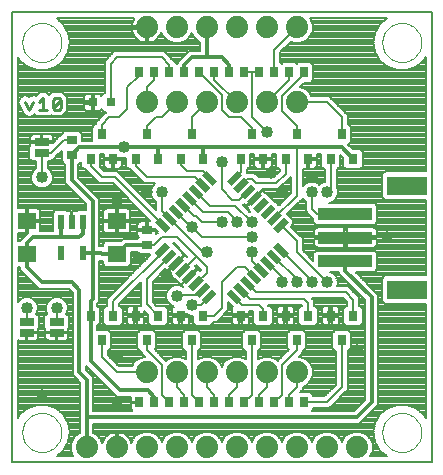
<source format=gtl>
G75*
G70*
%OFA0B0*%
%FSLAX24Y24*%
%IPPOS*%
%LPD*%
%AMOC8*
5,1,8,0,0,1.08239X$1,22.5*
%
%ADD10C,0.0080*%
%ADD11C,0.0100*%
%ADD12C,0.0740*%
%ADD13R,0.0315X0.0354*%
%ADD14R,0.0276X0.0354*%
%ADD15R,0.0500X0.0220*%
%ADD16R,0.0220X0.0500*%
%ADD17R,0.0500X0.0250*%
%ADD18R,0.0630X0.0551*%
%ADD19R,0.0315X0.0315*%
%ADD20R,0.0354X0.0276*%
%ADD21R,0.0217X0.0472*%
%ADD22C,0.0000*%
%ADD23R,0.1811X0.0394*%
%ADD24R,0.1339X0.0630*%
%ADD25C,0.0400*%
%ADD26C,0.0120*%
D10*
X010833Y007333D02*
X010833Y022333D01*
X024833Y022333D01*
X024833Y007333D01*
X010833Y007333D01*
X012327Y007533D02*
X012557Y007726D01*
X012721Y008010D01*
X012721Y008010D01*
X012778Y008333D01*
X012778Y008333D01*
X012721Y008656D01*
X012721Y008656D01*
X012557Y008940D01*
X012557Y008940D01*
X012306Y009151D01*
X012306Y009151D01*
X011997Y009263D01*
X011669Y009263D01*
X011361Y009151D01*
X011110Y008940D01*
X011033Y008808D01*
X011033Y011400D01*
X011065Y011391D01*
X011311Y011391D01*
X011311Y011634D01*
X011356Y011634D01*
X011356Y011679D01*
X011723Y011679D01*
X011723Y011799D01*
X011743Y011819D01*
X011743Y012202D01*
X011650Y012295D01*
X011645Y012295D01*
X011693Y012412D01*
X011693Y012555D01*
X011639Y012687D01*
X011537Y012789D01*
X011405Y012843D01*
X011262Y012843D01*
X011129Y012789D01*
X011033Y012692D01*
X011033Y013847D01*
X011113Y013847D01*
X011113Y013742D01*
X011242Y013613D01*
X011742Y013113D01*
X011924Y013113D01*
X012742Y013113D01*
X012863Y012992D01*
X012863Y010242D01*
X012992Y010113D01*
X013113Y009992D01*
X013113Y008316D01*
X013033Y008283D01*
X012884Y008134D01*
X012803Y007939D01*
X012803Y007728D01*
X012884Y007533D01*
X012327Y007533D01*
X012420Y007611D02*
X012852Y007611D01*
X012819Y007690D02*
X012513Y007690D01*
X012557Y007726D02*
X012557Y007726D01*
X012557Y007726D01*
X012581Y007768D02*
X012803Y007768D01*
X012803Y007847D02*
X012626Y007847D01*
X012672Y007925D02*
X012803Y007925D01*
X012830Y008004D02*
X012717Y008004D01*
X012733Y008082D02*
X012863Y008082D01*
X012911Y008161D02*
X012747Y008161D01*
X012761Y008239D02*
X012990Y008239D01*
X013113Y008318D02*
X012775Y008318D01*
X012767Y008396D02*
X013113Y008396D01*
X013113Y008475D02*
X012753Y008475D01*
X012739Y008553D02*
X013113Y008553D01*
X013113Y008632D02*
X012725Y008632D01*
X012690Y008710D02*
X013113Y008710D01*
X013113Y008789D02*
X012644Y008789D01*
X012599Y008867D02*
X013113Y008867D01*
X013113Y008946D02*
X012550Y008946D01*
X012457Y009024D02*
X013113Y009024D01*
X013113Y009103D02*
X012363Y009103D01*
X012223Y009181D02*
X013113Y009181D01*
X013113Y009260D02*
X012007Y009260D01*
X011660Y009260D02*
X011033Y009260D01*
X011033Y009338D02*
X013113Y009338D01*
X013113Y009417D02*
X011033Y009417D01*
X011033Y009495D02*
X013113Y009495D01*
X013113Y009574D02*
X011033Y009574D01*
X011033Y009652D02*
X013113Y009652D01*
X013113Y009731D02*
X011033Y009731D01*
X011033Y009809D02*
X013113Y009809D01*
X013113Y009888D02*
X011033Y009888D01*
X011033Y009966D02*
X013113Y009966D01*
X013061Y010045D02*
X011033Y010045D01*
X011033Y010123D02*
X012982Y010123D01*
X012904Y010202D02*
X011033Y010202D01*
X011033Y010280D02*
X012863Y010280D01*
X012863Y010359D02*
X011033Y010359D01*
X011033Y010437D02*
X012863Y010437D01*
X012863Y010516D02*
X011033Y010516D01*
X011033Y010594D02*
X012863Y010594D01*
X012863Y010673D02*
X011033Y010673D01*
X011033Y010751D02*
X012863Y010751D01*
X012863Y010830D02*
X011033Y010830D01*
X011033Y010908D02*
X012863Y010908D01*
X012863Y010987D02*
X011033Y010987D01*
X011033Y011065D02*
X012863Y011065D01*
X012863Y011144D02*
X011033Y011144D01*
X011033Y011222D02*
X012863Y011222D01*
X012863Y011301D02*
X011033Y011301D01*
X011033Y011379D02*
X012863Y011379D01*
X012863Y011458D02*
X012703Y011458D01*
X012695Y011445D02*
X012714Y011477D01*
X012723Y011513D01*
X012723Y011634D01*
X012356Y011634D01*
X012356Y011679D01*
X012723Y011679D01*
X012723Y011799D01*
X012743Y011819D01*
X012743Y012202D01*
X012650Y012295D01*
X012645Y012295D01*
X012693Y012412D01*
X012693Y012555D01*
X012639Y012687D01*
X012537Y012789D01*
X012405Y012843D01*
X012262Y012843D01*
X012129Y012789D01*
X012028Y012687D01*
X011973Y012555D01*
X011973Y012412D01*
X012021Y012295D01*
X012017Y012295D01*
X011923Y012202D01*
X011923Y011819D01*
X011943Y011799D01*
X011943Y011679D01*
X012311Y011679D01*
X012311Y011634D01*
X011943Y011634D01*
X011943Y011513D01*
X011953Y011477D01*
X011971Y011445D01*
X011997Y011419D01*
X012029Y011401D01*
X012065Y011391D01*
X012311Y011391D01*
X012311Y011634D01*
X012356Y011634D01*
X012356Y011391D01*
X012602Y011391D01*
X012637Y011401D01*
X012669Y011419D01*
X012695Y011445D01*
X012723Y011536D02*
X012863Y011536D01*
X012863Y011615D02*
X012723Y011615D01*
X012723Y011693D02*
X012863Y011693D01*
X012863Y011772D02*
X012723Y011772D01*
X012743Y011850D02*
X012863Y011850D01*
X012863Y011929D02*
X012743Y011929D01*
X012743Y012007D02*
X012863Y012007D01*
X012863Y012086D02*
X012743Y012086D01*
X012743Y012164D02*
X012863Y012164D01*
X012863Y012243D02*
X012702Y012243D01*
X012656Y012321D02*
X012863Y012321D01*
X012863Y012400D02*
X012688Y012400D01*
X012693Y012478D02*
X012863Y012478D01*
X012863Y012557D02*
X012693Y012557D01*
X012660Y012635D02*
X012863Y012635D01*
X012863Y012714D02*
X012612Y012714D01*
X012528Y012792D02*
X012863Y012792D01*
X012863Y012871D02*
X011033Y012871D01*
X011033Y012949D02*
X012863Y012949D01*
X012828Y013028D02*
X011033Y013028D01*
X011033Y013106D02*
X012749Y013106D01*
X012139Y012792D02*
X011528Y012792D01*
X011612Y012714D02*
X012055Y012714D01*
X012007Y012635D02*
X011660Y012635D01*
X011693Y012557D02*
X011974Y012557D01*
X011973Y012478D02*
X011693Y012478D01*
X011688Y012400D02*
X011978Y012400D01*
X012011Y012321D02*
X011656Y012321D01*
X011702Y012243D02*
X011964Y012243D01*
X011923Y012164D02*
X011743Y012164D01*
X011743Y012086D02*
X011923Y012086D01*
X011923Y012007D02*
X011743Y012007D01*
X011743Y011929D02*
X011923Y011929D01*
X011923Y011850D02*
X011743Y011850D01*
X011723Y011772D02*
X011943Y011772D01*
X011943Y011693D02*
X011723Y011693D01*
X011723Y011634D02*
X011356Y011634D01*
X011356Y011391D01*
X011602Y011391D01*
X011637Y011401D01*
X011669Y011419D01*
X011695Y011445D01*
X011714Y011477D01*
X011723Y011513D01*
X011723Y011634D01*
X011723Y011615D02*
X011943Y011615D01*
X011943Y011536D02*
X011723Y011536D01*
X011703Y011458D02*
X011964Y011458D01*
X012311Y011458D02*
X012356Y011458D01*
X012356Y011536D02*
X012311Y011536D01*
X012311Y011615D02*
X012356Y011615D01*
X012333Y012010D02*
X012333Y012483D01*
X011333Y012483D02*
X011333Y012010D01*
X011311Y011615D02*
X011356Y011615D01*
X011356Y011536D02*
X011311Y011536D01*
X011311Y011458D02*
X011356Y011458D01*
X013303Y010552D02*
X013368Y010487D01*
X014342Y009513D01*
X014800Y009513D01*
X014800Y009362D01*
X015049Y009362D01*
X015049Y009304D01*
X014800Y009304D01*
X014800Y009138D01*
X014809Y009102D01*
X014828Y009070D01*
X014844Y009053D01*
X013553Y009053D01*
X013553Y009992D01*
X013553Y010174D01*
X013303Y010424D01*
X013303Y010552D01*
X013303Y010516D02*
X013340Y010516D01*
X013368Y010487D02*
X013368Y010487D01*
X013418Y010437D02*
X013303Y010437D01*
X013369Y010359D02*
X013497Y010359D01*
X013447Y010280D02*
X013575Y010280D01*
X013526Y010202D02*
X013654Y010202D01*
X013732Y010123D02*
X013553Y010123D01*
X013553Y010045D02*
X013811Y010045D01*
X013889Y009966D02*
X013553Y009966D01*
X013553Y009888D02*
X013968Y009888D01*
X014046Y009809D02*
X013553Y009809D01*
X013553Y009731D02*
X014125Y009731D01*
X014203Y009652D02*
X013553Y009652D01*
X013553Y009574D02*
X014282Y009574D01*
X014800Y009495D02*
X013553Y009495D01*
X013553Y009417D02*
X014800Y009417D01*
X014800Y009260D02*
X013553Y009260D01*
X013553Y009338D02*
X015049Y009338D01*
X014800Y009181D02*
X013553Y009181D01*
X013553Y009103D02*
X014809Y009103D01*
X015833Y009577D02*
X015833Y010583D01*
X015333Y011083D01*
X015333Y011400D01*
X015016Y011379D02*
X014151Y011379D01*
X014151Y011301D02*
X015016Y011301D01*
X015016Y011222D02*
X014151Y011222D01*
X014151Y011157D02*
X014151Y011644D01*
X014057Y011737D01*
X013679Y011737D01*
X013679Y011890D01*
X013683Y011890D01*
X013777Y011984D01*
X013777Y012470D01*
X013683Y012564D01*
X013679Y012564D01*
X013679Y012618D01*
X013753Y012692D01*
X013753Y014062D01*
X013858Y014062D01*
X013858Y013940D01*
X013952Y013847D01*
X014715Y013847D01*
X014808Y013940D01*
X014808Y014357D01*
X015012Y014357D01*
X015090Y014280D01*
X015444Y014280D01*
X015444Y014253D01*
X015457Y014240D01*
X014125Y012907D01*
X014007Y012790D01*
X014007Y012564D01*
X013984Y012564D01*
X013890Y012470D01*
X013890Y011984D01*
X013984Y011890D01*
X014431Y011890D01*
X014525Y011984D01*
X014525Y012470D01*
X014431Y012564D01*
X014407Y012564D01*
X014407Y012625D01*
X015133Y013350D01*
X015133Y012544D01*
X014998Y012544D01*
X014998Y012266D01*
X014921Y012266D01*
X014921Y012544D01*
X014783Y012544D01*
X014748Y012535D01*
X014716Y012516D01*
X014690Y012490D01*
X014671Y012458D01*
X014662Y012423D01*
X014662Y012266D01*
X014921Y012266D01*
X014921Y012188D01*
X014998Y012188D01*
X014998Y011910D01*
X015135Y011910D01*
X015171Y011919D01*
X015203Y011938D01*
X015229Y011964D01*
X015247Y011996D01*
X015257Y012031D01*
X015257Y012188D01*
X014998Y012188D01*
X014998Y012266D01*
X015257Y012266D01*
X015257Y012395D01*
X015390Y012262D01*
X015390Y011984D01*
X015484Y011890D01*
X015931Y011890D01*
X016025Y011984D01*
X016025Y012470D01*
X015931Y012564D01*
X015653Y012564D01*
X015533Y012684D01*
X015533Y013364D01*
X015947Y013778D01*
X016018Y013707D01*
X016283Y013972D01*
X016304Y013951D01*
X016039Y013686D01*
X016112Y013613D01*
X016112Y013584D01*
X016362Y013335D01*
X016390Y013335D01*
X016463Y013262D01*
X016728Y013527D01*
X016750Y013506D01*
X016485Y013241D01*
X016536Y013189D01*
X016405Y013243D01*
X016262Y013243D01*
X016129Y013189D01*
X016028Y013087D01*
X015973Y012955D01*
X015973Y012812D01*
X016028Y012679D01*
X016129Y012578D01*
X016242Y012531D01*
X016216Y012516D01*
X016190Y012490D01*
X016171Y012458D01*
X016162Y012423D01*
X016162Y012266D01*
X016421Y012266D01*
X016421Y012188D01*
X016498Y012188D01*
X016498Y011910D01*
X016635Y011910D01*
X016671Y011919D01*
X016703Y011938D01*
X016729Y011964D01*
X016747Y011996D01*
X016757Y012031D01*
X016757Y012188D01*
X016498Y012188D01*
X016498Y012266D01*
X016659Y012266D01*
X016762Y012223D01*
X016890Y012223D01*
X016890Y011984D01*
X016984Y011890D01*
X017431Y011890D01*
X017525Y011984D01*
X017525Y012027D01*
X017660Y012027D01*
X018033Y012400D01*
X018162Y012400D01*
X018162Y012423D02*
X018162Y012266D01*
X018421Y012266D01*
X018421Y012188D01*
X018498Y012188D01*
X018498Y011910D01*
X018635Y011910D01*
X018671Y011919D01*
X018703Y011938D01*
X018729Y011964D01*
X018747Y011996D01*
X018757Y012031D01*
X018757Y012188D01*
X018498Y012188D01*
X018498Y012266D01*
X018757Y012266D01*
X018757Y012383D01*
X018890Y012383D01*
X018890Y011984D01*
X018984Y011890D01*
X019431Y011890D01*
X019525Y011984D01*
X019525Y012470D01*
X019431Y012564D01*
X019385Y012564D01*
X019366Y012583D01*
X020500Y012583D01*
X020507Y012576D01*
X020507Y012564D01*
X020484Y012564D01*
X020390Y012470D01*
X020390Y011984D01*
X020484Y011890D01*
X020931Y011890D01*
X021025Y011984D01*
X021025Y012470D01*
X020931Y012564D01*
X020907Y012564D01*
X020907Y012742D01*
X020841Y012808D01*
X021875Y012808D01*
X022007Y012676D01*
X022007Y012564D01*
X021984Y012564D01*
X021890Y012470D01*
X021890Y011984D01*
X021984Y011890D01*
X022431Y011890D01*
X022525Y011984D01*
X022525Y012470D01*
X022431Y012564D01*
X022407Y012564D01*
X022407Y012842D01*
X022041Y013208D01*
X021671Y013208D01*
X021693Y013262D01*
X021693Y013405D01*
X021639Y013537D01*
X021537Y013639D01*
X021425Y013685D01*
X021735Y013685D01*
X021735Y013620D01*
X022613Y012742D01*
X022613Y009424D01*
X022242Y009053D01*
X020850Y009053D01*
X020887Y009090D01*
X020887Y009133D01*
X021416Y009133D01*
X021533Y009250D01*
X021533Y009250D01*
X021916Y009633D01*
X022033Y009750D01*
X022033Y011063D01*
X022057Y011063D01*
X022151Y011157D01*
X022151Y011644D01*
X022057Y011737D01*
X021610Y011737D01*
X021516Y011644D01*
X021516Y011157D01*
X021610Y011063D01*
X021633Y011063D01*
X021633Y009916D01*
X021250Y009533D01*
X020887Y009533D01*
X020887Y009577D01*
X020793Y009670D01*
X020453Y009670D01*
X020533Y009750D01*
X020533Y009843D01*
X020634Y009884D01*
X020783Y010033D01*
X020863Y010228D01*
X020863Y010439D01*
X020783Y010634D01*
X020634Y010783D01*
X020439Y010863D01*
X020396Y010863D01*
X020533Y011000D01*
X020533Y011063D01*
X020557Y011063D01*
X020651Y011157D01*
X020651Y011644D01*
X020557Y011737D01*
X020110Y011737D01*
X020016Y011644D01*
X020016Y011157D01*
X020070Y011103D01*
X019750Y010783D01*
X019692Y010725D01*
X019634Y010783D01*
X019439Y010863D01*
X019228Y010863D01*
X019033Y010783D01*
X019033Y011063D01*
X019057Y011063D01*
X019151Y011157D01*
X019151Y011644D01*
X019057Y011737D01*
X018610Y011737D01*
X018516Y011644D01*
X018516Y011157D01*
X018610Y011063D01*
X018633Y011063D01*
X018633Y010783D01*
X018439Y010863D01*
X018228Y010863D01*
X018033Y010783D01*
X017884Y010634D01*
X017833Y010511D01*
X017783Y010634D01*
X017634Y010783D01*
X017439Y010863D01*
X017228Y010863D01*
X017033Y010783D01*
X017033Y011063D01*
X017057Y011063D01*
X017151Y011157D01*
X017151Y011644D01*
X017057Y011737D01*
X016610Y011737D01*
X016516Y011644D01*
X016516Y011157D01*
X016610Y011063D01*
X016633Y011063D01*
X016633Y010783D01*
X016439Y010863D01*
X016228Y010863D01*
X016033Y010783D01*
X015975Y010725D01*
X015916Y010783D01*
X015597Y011103D01*
X015651Y011157D01*
X015651Y011644D01*
X015557Y011737D01*
X015110Y011737D01*
X015016Y011644D01*
X015016Y011157D01*
X015110Y011063D01*
X015133Y011063D01*
X015133Y011000D01*
X015270Y010863D01*
X015228Y010863D01*
X015033Y010783D01*
X014884Y010634D01*
X014843Y010533D01*
X014416Y010533D01*
X014033Y010916D01*
X014033Y011063D01*
X014057Y011063D01*
X014151Y011157D01*
X014138Y011144D02*
X015029Y011144D01*
X015107Y011065D02*
X014059Y011065D01*
X014033Y010987D02*
X015147Y010987D01*
X015226Y010908D02*
X014041Y010908D01*
X014120Y010830D02*
X015147Y010830D01*
X015002Y010751D02*
X014198Y010751D01*
X014277Y010673D02*
X014923Y010673D01*
X014868Y010594D02*
X014355Y010594D01*
X014333Y010333D02*
X013833Y010833D01*
X013833Y011400D01*
X014151Y011458D02*
X015016Y011458D01*
X015016Y011536D02*
X014151Y011536D01*
X014151Y011615D02*
X015016Y011615D01*
X015065Y011693D02*
X014101Y011693D01*
X013945Y011929D02*
X013722Y011929D01*
X013679Y011850D02*
X022613Y011850D01*
X022613Y011772D02*
X013679Y011772D01*
X013777Y012007D02*
X013890Y012007D01*
X013890Y012086D02*
X013777Y012086D01*
X013777Y012164D02*
X013890Y012164D01*
X013890Y012243D02*
X013777Y012243D01*
X013777Y012321D02*
X013890Y012321D01*
X013890Y012400D02*
X013777Y012400D01*
X013769Y012478D02*
X013898Y012478D01*
X013976Y012557D02*
X013690Y012557D01*
X013696Y012635D02*
X014007Y012635D01*
X014007Y012714D02*
X013753Y012714D01*
X013753Y012792D02*
X014009Y012792D01*
X014088Y012871D02*
X013753Y012871D01*
X013753Y012949D02*
X014166Y012949D01*
X014245Y013028D02*
X013753Y013028D01*
X013753Y013106D02*
X014323Y013106D01*
X014402Y013185D02*
X013753Y013185D01*
X013753Y013263D02*
X014480Y013263D01*
X014559Y013342D02*
X013753Y013342D01*
X013753Y013420D02*
X014637Y013420D01*
X014716Y013499D02*
X013753Y013499D01*
X013753Y013577D02*
X014794Y013577D01*
X014873Y013656D02*
X013753Y013656D01*
X013753Y013734D02*
X014951Y013734D01*
X015030Y013813D02*
X013753Y013813D01*
X013753Y013891D02*
X013907Y013891D01*
X013858Y013970D02*
X013753Y013970D01*
X013753Y014048D02*
X013858Y014048D01*
X014759Y013891D02*
X015108Y013891D01*
X015187Y013970D02*
X014808Y013970D01*
X014808Y014048D02*
X015265Y014048D01*
X015344Y014127D02*
X014808Y014127D01*
X014808Y014205D02*
X015422Y014205D01*
X015086Y014284D02*
X014808Y014284D01*
X014458Y014718D02*
X013952Y014718D01*
X013858Y014624D01*
X013858Y014541D01*
X013753Y014541D01*
X013753Y016124D01*
X013624Y016253D01*
X013053Y016824D01*
X013053Y017280D01*
X013077Y017280D01*
X013142Y017345D01*
X013142Y017196D01*
X013236Y017102D01*
X013281Y017102D01*
X013633Y016750D01*
X013750Y016633D01*
X014192Y016633D01*
X015444Y015381D01*
X015444Y015367D01*
X015362Y015367D01*
X015362Y015118D01*
X015304Y015118D01*
X015304Y015060D01*
X015016Y015060D01*
X015016Y014933D01*
X015026Y014897D01*
X015044Y014865D01*
X015062Y014847D01*
X015012Y014797D01*
X014537Y014797D01*
X014458Y014718D01*
X014495Y014755D02*
X013753Y014755D01*
X013753Y014833D02*
X015048Y014833D01*
X015022Y014912D02*
X013753Y014912D01*
X013753Y014990D02*
X013944Y014990D01*
X013932Y014997D02*
X013964Y014978D01*
X014000Y014969D01*
X014293Y014969D01*
X014293Y015345D01*
X013878Y015345D01*
X013878Y015090D01*
X013888Y015055D01*
X013906Y015023D01*
X013932Y014997D01*
X013884Y015069D02*
X013753Y015069D01*
X013753Y015147D02*
X013878Y015147D01*
X013878Y015226D02*
X013753Y015226D01*
X013753Y015304D02*
X013878Y015304D01*
X013878Y015425D02*
X014293Y015425D01*
X014293Y015800D01*
X014000Y015800D01*
X013964Y015791D01*
X013932Y015772D01*
X013906Y015746D01*
X013888Y015714D01*
X013878Y015679D01*
X013878Y015425D01*
X013878Y015461D02*
X013753Y015461D01*
X013753Y015383D02*
X014293Y015383D01*
X014293Y015345D02*
X014293Y015425D01*
X014373Y015425D01*
X014373Y015800D01*
X014667Y015800D01*
X014702Y015791D01*
X014734Y015772D01*
X014760Y015746D01*
X014779Y015714D01*
X014788Y015679D01*
X014788Y015425D01*
X014373Y015425D01*
X014373Y015345D01*
X014788Y015345D01*
X014788Y015090D01*
X014779Y015055D01*
X014760Y015023D01*
X014734Y014997D01*
X014702Y014978D01*
X014667Y014969D01*
X014373Y014969D01*
X014373Y015345D01*
X014293Y015345D01*
X014293Y015304D02*
X014373Y015304D01*
X014373Y015226D02*
X014293Y015226D01*
X014293Y015147D02*
X014373Y015147D01*
X014373Y015069D02*
X014293Y015069D01*
X014293Y014990D02*
X014373Y014990D01*
X014723Y014990D02*
X015016Y014990D01*
X015016Y015118D02*
X015304Y015118D01*
X015304Y015367D01*
X015138Y015367D01*
X015102Y015357D01*
X015070Y015339D01*
X015044Y015313D01*
X015026Y015281D01*
X015016Y015245D01*
X015016Y015118D01*
X015016Y015147D02*
X014788Y015147D01*
X014782Y015069D02*
X015304Y015069D01*
X015362Y015069D02*
X015657Y015069D01*
X015650Y015060D02*
X015650Y014933D01*
X015722Y015004D01*
X015608Y015118D01*
X015362Y015118D01*
X015362Y015060D01*
X015650Y015060D01*
X015650Y014990D02*
X015707Y014990D01*
X015833Y014833D02*
X015577Y014577D01*
X015333Y014577D01*
X015859Y014418D02*
X015859Y014359D01*
X014207Y012707D01*
X014207Y012227D01*
X014525Y012243D02*
X014921Y012243D01*
X014921Y012188D02*
X014662Y012188D01*
X014662Y012031D01*
X014671Y011996D01*
X014690Y011964D01*
X014716Y011938D01*
X014748Y011919D01*
X014783Y011910D01*
X014921Y011910D01*
X014921Y012188D01*
X014921Y012164D02*
X014998Y012164D01*
X014998Y012086D02*
X014921Y012086D01*
X014921Y012007D02*
X014998Y012007D01*
X014998Y011929D02*
X014921Y011929D01*
X014731Y011929D02*
X014470Y011929D01*
X014525Y012007D02*
X014668Y012007D01*
X014662Y012086D02*
X014525Y012086D01*
X014525Y012164D02*
X014662Y012164D01*
X014662Y012321D02*
X014525Y012321D01*
X014525Y012400D02*
X014662Y012400D01*
X014683Y012478D02*
X014517Y012478D01*
X014438Y012557D02*
X015133Y012557D01*
X015133Y012635D02*
X014418Y012635D01*
X014497Y012714D02*
X015133Y012714D01*
X015133Y012792D02*
X014575Y012792D01*
X014654Y012871D02*
X015133Y012871D01*
X015133Y012949D02*
X014732Y012949D01*
X014811Y013028D02*
X015133Y013028D01*
X015133Y013106D02*
X014889Y013106D01*
X014968Y013185D02*
X015133Y013185D01*
X015133Y013263D02*
X015046Y013263D01*
X015125Y013342D02*
X015133Y013342D01*
X015333Y013447D02*
X015333Y012601D01*
X015707Y012227D01*
X015390Y012243D02*
X014998Y012243D01*
X014998Y012321D02*
X014921Y012321D01*
X014921Y012400D02*
X014998Y012400D01*
X014998Y012478D02*
X014921Y012478D01*
X015257Y012321D02*
X015330Y012321D01*
X015390Y012164D02*
X015257Y012164D01*
X015257Y012086D02*
X015390Y012086D01*
X015390Y012007D02*
X015250Y012007D01*
X015187Y011929D02*
X015445Y011929D01*
X015601Y011693D02*
X016565Y011693D01*
X016516Y011615D02*
X015651Y011615D01*
X015651Y011536D02*
X016516Y011536D01*
X016516Y011458D02*
X015651Y011458D01*
X015651Y011379D02*
X016516Y011379D01*
X016516Y011301D02*
X015651Y011301D01*
X015651Y011222D02*
X016516Y011222D01*
X016529Y011144D02*
X015638Y011144D01*
X015634Y011065D02*
X016607Y011065D01*
X016633Y010987D02*
X015713Y010987D01*
X015791Y010908D02*
X016633Y010908D01*
X016633Y010830D02*
X016520Y010830D01*
X016147Y010830D02*
X015870Y010830D01*
X015948Y010751D02*
X016002Y010751D01*
X016333Y010333D02*
X016333Y009833D01*
X016589Y009577D01*
X016589Y009333D01*
X016833Y009577D02*
X017077Y009333D01*
X016833Y009577D02*
X016833Y011400D01*
X017151Y011379D02*
X018516Y011379D01*
X018516Y011301D02*
X017151Y011301D01*
X017151Y011222D02*
X018516Y011222D01*
X018529Y011144D02*
X017138Y011144D01*
X017059Y011065D02*
X018607Y011065D01*
X018633Y010987D02*
X017033Y010987D01*
X017033Y010908D02*
X018633Y010908D01*
X018633Y010830D02*
X018520Y010830D01*
X018147Y010830D02*
X017520Y010830D01*
X017665Y010751D02*
X018002Y010751D01*
X017923Y010673D02*
X017743Y010673D01*
X017799Y010594D02*
X017868Y010594D01*
X017835Y010516D02*
X017831Y010516D01*
X017333Y010333D02*
X017333Y009833D01*
X017589Y009577D01*
X017589Y009333D01*
X018077Y009333D02*
X018077Y009577D01*
X018333Y009833D01*
X018333Y010333D01*
X019033Y010830D02*
X019147Y010830D01*
X019033Y010908D02*
X019875Y010908D01*
X019797Y010830D02*
X019520Y010830D01*
X019665Y010751D02*
X019718Y010751D01*
X019833Y010583D02*
X019833Y009577D01*
X019589Y009333D01*
X020077Y009333D02*
X020077Y009577D01*
X020333Y009833D01*
X020333Y010333D01*
X020716Y009966D02*
X021633Y009966D01*
X021633Y010045D02*
X020787Y010045D01*
X020820Y010123D02*
X021633Y010123D01*
X021633Y010202D02*
X020853Y010202D01*
X020863Y010280D02*
X021633Y010280D01*
X021633Y010359D02*
X020863Y010359D01*
X020863Y010437D02*
X021633Y010437D01*
X021633Y010516D02*
X020831Y010516D01*
X020799Y010594D02*
X021633Y010594D01*
X021633Y010673D02*
X020743Y010673D01*
X020665Y010751D02*
X021633Y010751D01*
X021633Y010830D02*
X020520Y010830D01*
X020441Y010908D02*
X021633Y010908D01*
X021633Y010987D02*
X020520Y010987D01*
X020559Y011065D02*
X021607Y011065D01*
X021529Y011144D02*
X020638Y011144D01*
X020651Y011222D02*
X021516Y011222D01*
X021516Y011301D02*
X020651Y011301D01*
X020651Y011379D02*
X021516Y011379D01*
X021516Y011458D02*
X020651Y011458D01*
X020651Y011536D02*
X021516Y011536D01*
X021516Y011615D02*
X020651Y011615D01*
X020601Y011693D02*
X021565Y011693D01*
X021498Y011910D02*
X021635Y011910D01*
X021671Y011919D01*
X021703Y011938D01*
X021729Y011964D01*
X021747Y011996D01*
X021757Y012031D01*
X021757Y012188D01*
X021498Y012188D01*
X021498Y011910D01*
X021498Y011929D02*
X021421Y011929D01*
X021421Y011910D02*
X021283Y011910D01*
X021248Y011919D01*
X021216Y011938D01*
X021190Y011964D01*
X021171Y011996D01*
X021162Y012031D01*
X021162Y012188D01*
X021421Y012188D01*
X021498Y012188D01*
X021498Y012266D01*
X021421Y012266D01*
X021421Y012544D01*
X021283Y012544D01*
X021248Y012535D01*
X021216Y012516D01*
X021190Y012490D01*
X021171Y012458D01*
X021162Y012423D01*
X021162Y012266D01*
X021421Y012266D01*
X021421Y012188D01*
X021421Y011910D01*
X021421Y012007D02*
X021498Y012007D01*
X021498Y012086D02*
X021421Y012086D01*
X021421Y012164D02*
X021498Y012164D01*
X021498Y012243D02*
X021890Y012243D01*
X021890Y012321D02*
X021757Y012321D01*
X021757Y012266D02*
X021757Y012423D01*
X021747Y012458D01*
X021729Y012490D01*
X021703Y012516D01*
X021671Y012535D01*
X021635Y012544D01*
X021498Y012544D01*
X021498Y012266D01*
X021757Y012266D01*
X021757Y012164D02*
X021890Y012164D01*
X021890Y012086D02*
X021757Y012086D01*
X021750Y012007D02*
X021890Y012007D01*
X021945Y011929D02*
X021687Y011929D01*
X021421Y012243D02*
X021025Y012243D01*
X021025Y012321D02*
X021162Y012321D01*
X021162Y012400D02*
X021025Y012400D01*
X021017Y012478D02*
X021183Y012478D01*
X021421Y012478D02*
X021498Y012478D01*
X021498Y012400D02*
X021421Y012400D01*
X021421Y012321D02*
X021498Y012321D01*
X021757Y012400D02*
X021890Y012400D01*
X021898Y012478D02*
X021736Y012478D01*
X021976Y012557D02*
X020938Y012557D01*
X020907Y012635D02*
X022007Y012635D01*
X021970Y012714D02*
X020907Y012714D01*
X020857Y012792D02*
X021891Y012792D01*
X021958Y013008D02*
X022207Y012759D01*
X022207Y012227D01*
X022525Y012243D02*
X022613Y012243D01*
X022613Y012321D02*
X022525Y012321D01*
X022525Y012400D02*
X022613Y012400D01*
X022613Y012478D02*
X022517Y012478D01*
X022438Y012557D02*
X022613Y012557D01*
X022613Y012635D02*
X022407Y012635D01*
X022407Y012714D02*
X022613Y012714D01*
X022563Y012792D02*
X022407Y012792D01*
X022379Y012871D02*
X022485Y012871D01*
X022406Y012949D02*
X022300Y012949D01*
X022328Y013028D02*
X022222Y013028D01*
X022249Y013106D02*
X022143Y013106D01*
X022171Y013185D02*
X022065Y013185D01*
X022092Y013263D02*
X021693Y013263D01*
X021693Y013342D02*
X022014Y013342D01*
X021935Y013420D02*
X021687Y013420D01*
X021654Y013499D02*
X021857Y013499D01*
X021778Y013577D02*
X021598Y013577D01*
X021495Y013656D02*
X021735Y013656D01*
X021333Y013333D02*
X020333Y014333D01*
X020333Y014723D01*
X019808Y015249D01*
X019585Y015472D02*
X020333Y016220D01*
X020333Y017833D01*
X020746Y017478D02*
X021005Y017478D01*
X021005Y017613D01*
X021142Y017613D01*
X021142Y017196D01*
X021236Y017102D01*
X021259Y017102D01*
X021259Y016692D01*
X021129Y016639D01*
X021083Y016592D01*
X021037Y016639D01*
X021036Y016639D02*
X021130Y016639D01*
X021037Y016639D02*
X020905Y016693D01*
X020762Y016693D01*
X020629Y016639D01*
X020533Y016542D01*
X020533Y017122D01*
X020669Y017122D01*
X020669Y017401D01*
X020746Y017401D01*
X020746Y017478D01*
X020746Y017424D02*
X021142Y017424D01*
X021142Y017502D02*
X021005Y017502D01*
X021005Y017581D02*
X021142Y017581D01*
X021005Y017401D02*
X020746Y017401D01*
X020746Y017122D01*
X020883Y017122D01*
X020919Y017132D01*
X020951Y017150D01*
X020977Y017177D01*
X020995Y017208D01*
X021005Y017244D01*
X021005Y017401D01*
X021005Y017345D02*
X021142Y017345D01*
X021142Y017267D02*
X021005Y017267D01*
X020984Y017188D02*
X021150Y017188D01*
X021228Y017110D02*
X020533Y017110D01*
X020533Y017031D02*
X021259Y017031D01*
X021259Y016953D02*
X020533Y016953D01*
X020533Y016874D02*
X021259Y016874D01*
X021259Y016796D02*
X020533Y016796D01*
X020533Y016717D02*
X021259Y016717D01*
X021459Y016459D02*
X021333Y016333D01*
X021459Y016459D02*
X021459Y017440D01*
X021777Y017424D02*
X021890Y017424D01*
X021890Y017466D02*
X021890Y017196D01*
X021984Y017102D01*
X022431Y017102D01*
X022525Y017196D01*
X022525Y017683D01*
X022431Y017777D01*
X022201Y017777D01*
X022049Y017929D01*
X022057Y017929D01*
X022151Y018023D01*
X022151Y018510D01*
X022057Y018604D01*
X022033Y018604D01*
X022033Y018916D01*
X021533Y019416D01*
X021416Y019533D01*
X020824Y019533D01*
X020783Y019634D01*
X020634Y019783D01*
X020444Y019861D01*
X020579Y019996D01*
X020793Y019996D01*
X020887Y020090D01*
X020887Y020577D01*
X020793Y020670D01*
X020385Y020670D01*
X020333Y020619D01*
X020281Y020670D01*
X019873Y020670D01*
X019833Y020630D01*
X019793Y020670D01*
X019789Y020670D01*
X019789Y021006D01*
X020128Y021345D01*
X020228Y021303D01*
X020439Y021303D01*
X020634Y021384D01*
X020783Y021533D01*
X020863Y021728D01*
X020863Y021939D01*
X020783Y022133D01*
X023340Y022133D01*
X023110Y021940D01*
X022946Y021656D01*
X022889Y021333D01*
X022946Y021010D01*
X023110Y020726D01*
X023361Y020516D01*
X023669Y020403D01*
X023997Y020403D01*
X024306Y020516D01*
X024557Y020726D01*
X024633Y020859D01*
X024633Y017037D01*
X023267Y017037D01*
X023173Y016943D01*
X023173Y016180D01*
X023267Y016087D01*
X024633Y016087D01*
X024633Y013572D01*
X023267Y013572D01*
X023173Y013478D01*
X023173Y012716D01*
X023267Y012622D01*
X024633Y012622D01*
X024633Y008808D01*
X024557Y008940D01*
X024557Y008940D01*
X024306Y009151D01*
X024306Y009151D01*
X023997Y009263D01*
X023669Y009263D01*
X023361Y009151D01*
X023110Y008940D01*
X022946Y008656D01*
X022889Y008333D01*
X022946Y008010D01*
X023110Y007726D01*
X023340Y007533D01*
X022783Y007533D01*
X022863Y007728D01*
X022863Y007939D01*
X022783Y008134D01*
X022634Y008283D01*
X022439Y008363D01*
X022228Y008363D01*
X022033Y008283D01*
X021884Y008134D01*
X021833Y008011D01*
X021783Y008134D01*
X021634Y008283D01*
X021439Y008363D01*
X021228Y008363D01*
X021033Y008283D01*
X020884Y008134D01*
X020833Y008011D01*
X020783Y008134D01*
X020634Y008283D01*
X020439Y008363D01*
X020228Y008363D01*
X020033Y008283D01*
X019884Y008134D01*
X019833Y008011D01*
X019783Y008134D01*
X019634Y008283D01*
X019439Y008363D01*
X019228Y008363D01*
X019033Y008283D01*
X018884Y008134D01*
X018833Y008011D01*
X018783Y008134D01*
X018634Y008283D01*
X018439Y008363D01*
X018228Y008363D01*
X018033Y008283D01*
X017884Y008134D01*
X017833Y008011D01*
X017783Y008134D01*
X017634Y008283D01*
X017439Y008363D01*
X017228Y008363D01*
X017033Y008283D01*
X016884Y008134D01*
X016833Y008011D01*
X016783Y008134D01*
X016634Y008283D01*
X016439Y008363D01*
X016228Y008363D01*
X016033Y008283D01*
X015884Y008134D01*
X015833Y008011D01*
X015783Y008134D01*
X015634Y008283D01*
X015439Y008363D01*
X015228Y008363D01*
X015033Y008283D01*
X014884Y008134D01*
X014821Y007982D01*
X014806Y008029D01*
X014770Y008101D01*
X014722Y008166D01*
X014666Y008222D01*
X014601Y008270D01*
X014529Y008306D01*
X014453Y008331D01*
X014373Y008343D01*
X014373Y007873D01*
X014293Y007873D01*
X014293Y008343D01*
X014214Y008331D01*
X014138Y008306D01*
X014066Y008270D01*
X014001Y008222D01*
X013944Y008166D01*
X013897Y008101D01*
X013861Y008029D01*
X013845Y007982D01*
X013783Y008134D01*
X013634Y008283D01*
X013553Y008316D01*
X013553Y008613D01*
X022424Y008613D01*
X022553Y008742D01*
X023053Y009242D01*
X023053Y012924D01*
X022924Y013053D01*
X022293Y013685D01*
X022927Y013685D01*
X023021Y013779D01*
X023021Y014305D01*
X022927Y014399D01*
X020984Y014399D01*
X020890Y014305D01*
X020890Y014060D01*
X020533Y014416D01*
X020533Y014806D01*
X020416Y014923D01*
X020140Y015199D01*
X020222Y015282D01*
X020222Y015414D01*
X020016Y015620D01*
X020416Y016020D01*
X020527Y016131D01*
X020528Y016129D01*
X020629Y016028D01*
X020633Y016027D01*
X020633Y015700D01*
X020750Y015583D01*
X020890Y015444D01*
X020890Y015354D01*
X020984Y015260D01*
X022927Y015260D01*
X023021Y015354D01*
X023021Y015880D01*
X022927Y015974D01*
X021406Y015974D01*
X021537Y016028D01*
X021639Y016129D01*
X021693Y016262D01*
X021693Y016405D01*
X021659Y016487D01*
X021659Y017102D01*
X021683Y017102D01*
X021777Y017196D01*
X021777Y017579D01*
X021890Y017466D01*
X021853Y017502D02*
X021777Y017502D01*
X021777Y017345D02*
X021890Y017345D01*
X021890Y017267D02*
X021777Y017267D01*
X021769Y017188D02*
X021898Y017188D01*
X021976Y017110D02*
X021690Y017110D01*
X021659Y017031D02*
X023262Y017031D01*
X023183Y016953D02*
X021659Y016953D01*
X021659Y016874D02*
X023173Y016874D01*
X023173Y016796D02*
X021659Y016796D01*
X021659Y016717D02*
X023173Y016717D01*
X023173Y016639D02*
X021659Y016639D01*
X021659Y016560D02*
X023173Y016560D01*
X023173Y016482D02*
X021661Y016482D01*
X021693Y016403D02*
X023173Y016403D01*
X023173Y016325D02*
X021693Y016325D01*
X021687Y016246D02*
X023173Y016246D01*
X023186Y016168D02*
X021654Y016168D01*
X021598Y016089D02*
X023264Y016089D01*
X022968Y015932D02*
X024633Y015932D01*
X024633Y015854D02*
X023021Y015854D01*
X023021Y015775D02*
X024633Y015775D01*
X024633Y015697D02*
X023021Y015697D01*
X023021Y015618D02*
X024633Y015618D01*
X024633Y015540D02*
X023021Y015540D01*
X023021Y015461D02*
X024633Y015461D01*
X024633Y015383D02*
X023021Y015383D01*
X022972Y015304D02*
X024633Y015304D01*
X024633Y015226D02*
X020167Y015226D01*
X020192Y015147D02*
X020980Y015147D01*
X020964Y015138D02*
X020938Y015112D01*
X020919Y015080D01*
X020910Y015045D01*
X020910Y014869D01*
X021915Y014869D01*
X021915Y014789D01*
X021995Y014789D01*
X021995Y014493D01*
X022879Y014493D01*
X022915Y014502D01*
X022947Y014521D01*
X022973Y014547D01*
X022991Y014579D01*
X023001Y014614D01*
X023001Y014789D01*
X021995Y014789D01*
X021995Y014869D01*
X021915Y014869D01*
X021915Y015166D01*
X021031Y015166D01*
X020996Y015157D01*
X020964Y015138D01*
X020916Y015069D02*
X020271Y015069D01*
X020349Y014990D02*
X020910Y014990D01*
X020910Y014912D02*
X020428Y014912D01*
X020416Y014923D02*
X020416Y014923D01*
X020506Y014833D02*
X021915Y014833D01*
X021915Y014789D02*
X020910Y014789D01*
X020910Y014614D01*
X020919Y014579D01*
X020938Y014547D01*
X020964Y014521D01*
X020996Y014502D01*
X021031Y014493D01*
X021915Y014493D01*
X021915Y014789D01*
X021915Y014755D02*
X021995Y014755D01*
X021995Y014833D02*
X024633Y014833D01*
X024633Y014755D02*
X023001Y014755D01*
X023001Y014676D02*
X024633Y014676D01*
X024633Y014598D02*
X022997Y014598D01*
X022945Y014519D02*
X024633Y014519D01*
X024633Y014441D02*
X020533Y014441D01*
X020533Y014519D02*
X020966Y014519D01*
X020914Y014598D02*
X020533Y014598D01*
X020533Y014676D02*
X020910Y014676D01*
X020910Y014755D02*
X020533Y014755D01*
X020587Y014362D02*
X020947Y014362D01*
X020890Y014284D02*
X020666Y014284D01*
X020744Y014205D02*
X020890Y014205D01*
X020890Y014127D02*
X020823Y014127D01*
X020833Y013392D02*
X019808Y014418D01*
X019585Y014195D02*
X020333Y013447D01*
X020333Y013333D01*
X019833Y013333D02*
X019833Y013501D01*
X019362Y013972D01*
X019140Y013750D02*
X018833Y014056D01*
X018833Y014333D01*
X018833Y014833D02*
X017183Y014833D01*
X016833Y015183D01*
X016815Y015183D01*
X016304Y015694D01*
X016082Y015472D02*
X015833Y015720D01*
X015833Y016333D01*
X015473Y016325D02*
X015066Y016325D01*
X015144Y016246D02*
X015480Y016246D01*
X015473Y016262D02*
X015528Y016129D01*
X015629Y016028D01*
X015633Y016027D01*
X015633Y015757D01*
X014474Y016916D01*
X014357Y017033D01*
X013916Y017033D01*
X013765Y017184D01*
X013777Y017196D01*
X013777Y017613D01*
X013910Y017613D01*
X013910Y017478D01*
X014169Y017478D01*
X014169Y017401D01*
X014246Y017401D01*
X014246Y017478D01*
X014500Y017478D01*
X014512Y017473D01*
X014642Y017473D01*
X014642Y017196D01*
X014736Y017102D01*
X014781Y017102D01*
X015133Y016750D01*
X015250Y016633D01*
X015624Y016633D01*
X015528Y016537D01*
X015473Y016405D01*
X015473Y016262D01*
X015512Y016168D02*
X015223Y016168D01*
X015301Y016089D02*
X015568Y016089D01*
X015633Y016011D02*
X015380Y016011D01*
X015458Y015932D02*
X015633Y015932D01*
X015633Y015854D02*
X015537Y015854D01*
X015615Y015775D02*
X015633Y015775D01*
X015285Y015540D02*
X014788Y015540D01*
X014788Y015618D02*
X015207Y015618D01*
X015128Y015697D02*
X014783Y015697D01*
X014729Y015775D02*
X015050Y015775D01*
X014971Y015854D02*
X013753Y015854D01*
X013753Y015932D02*
X014893Y015932D01*
X014814Y016011D02*
X013753Y016011D01*
X013753Y016089D02*
X014736Y016089D01*
X014657Y016168D02*
X013710Y016168D01*
X013631Y016246D02*
X014579Y016246D01*
X014500Y016325D02*
X013553Y016325D01*
X013474Y016403D02*
X014422Y016403D01*
X014343Y016482D02*
X013396Y016482D01*
X013317Y016560D02*
X014265Y016560D01*
X014274Y016833D02*
X013833Y016833D01*
X013459Y017207D01*
X013459Y017440D01*
X013777Y017424D02*
X014169Y017424D01*
X014169Y017401D02*
X013910Y017401D01*
X013910Y017244D01*
X013919Y017208D01*
X013938Y017177D01*
X013964Y017150D01*
X013996Y017132D01*
X014031Y017122D01*
X014169Y017122D01*
X014169Y017401D01*
X014169Y017345D02*
X014246Y017345D01*
X014246Y017401D02*
X014246Y017122D01*
X014383Y017122D01*
X014419Y017132D01*
X014451Y017150D01*
X014477Y017177D01*
X014495Y017208D01*
X014505Y017244D01*
X014505Y017401D01*
X014246Y017401D01*
X014246Y017424D02*
X014642Y017424D01*
X014642Y017345D02*
X014505Y017345D01*
X014505Y017267D02*
X014642Y017267D01*
X014650Y017188D02*
X014484Y017188D01*
X014359Y017031D02*
X014852Y017031D01*
X014931Y016953D02*
X014438Y016953D01*
X014516Y016874D02*
X015009Y016874D01*
X015088Y016796D02*
X014595Y016796D01*
X014673Y016717D02*
X015166Y016717D01*
X015245Y016639D02*
X014752Y016639D01*
X014830Y016560D02*
X015551Y016560D01*
X015505Y016482D02*
X014909Y016482D01*
X014987Y016403D02*
X015473Y016403D01*
X015333Y016833D02*
X016947Y016833D01*
X017195Y016585D01*
X016972Y016362D02*
X017451Y015883D01*
X018283Y015883D01*
X018833Y015333D01*
X018784Y015693D02*
X018762Y015693D01*
X018758Y015692D01*
X018532Y015917D01*
X018560Y015945D01*
X018631Y015875D01*
X018896Y016140D01*
X018917Y016118D01*
X018652Y015853D01*
X018725Y015780D01*
X018725Y015752D01*
X018784Y015693D01*
X018780Y015697D02*
X018753Y015697D01*
X018725Y015775D02*
X018674Y015775D01*
X018652Y015854D02*
X018596Y015854D01*
X018573Y015932D02*
X018547Y015932D01*
X018688Y015932D02*
X018731Y015932D01*
X018767Y016011D02*
X018809Y016011D01*
X018845Y016089D02*
X018888Y016089D01*
X018938Y016140D02*
X019203Y016405D01*
X019277Y016332D01*
X019305Y016332D01*
X019554Y016082D01*
X019734Y015903D01*
X020133Y016303D01*
X020133Y016850D01*
X019716Y016433D01*
X019175Y016433D01*
X019182Y016426D01*
X018917Y016161D01*
X018938Y016140D01*
X018924Y016168D02*
X018966Y016168D01*
X019002Y016246D02*
X019045Y016246D01*
X019081Y016325D02*
X019123Y016325D01*
X019159Y016403D02*
X019202Y016403D01*
X019205Y016403D02*
X020133Y016403D01*
X020133Y016325D02*
X019312Y016325D01*
X019390Y016246D02*
X020077Y016246D01*
X019999Y016168D02*
X019469Y016168D01*
X019547Y016089D02*
X019920Y016089D01*
X019842Y016011D02*
X019626Y016011D01*
X019704Y015932D02*
X019763Y015932D01*
X020018Y015618D02*
X020715Y015618D01*
X020637Y015697D02*
X020093Y015697D01*
X020172Y015775D02*
X020633Y015775D01*
X020633Y015854D02*
X020250Y015854D01*
X020329Y015932D02*
X020633Y015932D01*
X020633Y016011D02*
X020407Y016011D01*
X020486Y016089D02*
X020568Y016089D01*
X020833Y016333D02*
X020833Y015783D01*
X021000Y015617D01*
X021955Y015617D01*
X021995Y015166D02*
X021995Y014869D01*
X023001Y014869D01*
X023001Y015045D01*
X022991Y015080D01*
X022973Y015112D01*
X022947Y015138D01*
X022915Y015157D01*
X022879Y015166D01*
X021995Y015166D01*
X021995Y015147D02*
X021915Y015147D01*
X021915Y015069D02*
X021995Y015069D01*
X021995Y014990D02*
X021915Y014990D01*
X021915Y014912D02*
X021995Y014912D01*
X021995Y014676D02*
X021915Y014676D01*
X021915Y014598D02*
X021995Y014598D01*
X021995Y014519D02*
X021915Y014519D01*
X022322Y013656D02*
X024633Y013656D01*
X024633Y013734D02*
X022976Y013734D01*
X023021Y013813D02*
X024633Y013813D01*
X024633Y013891D02*
X023021Y013891D01*
X023021Y013970D02*
X024633Y013970D01*
X024633Y014048D02*
X023021Y014048D01*
X023021Y014127D02*
X024633Y014127D01*
X024633Y014205D02*
X023021Y014205D01*
X023021Y014284D02*
X024633Y014284D01*
X024633Y014362D02*
X022964Y014362D01*
X023001Y014912D02*
X024633Y014912D01*
X024633Y014990D02*
X023001Y014990D01*
X022994Y015069D02*
X024633Y015069D01*
X024633Y015147D02*
X022931Y015147D01*
X021495Y016011D02*
X024633Y016011D01*
X024633Y017110D02*
X022438Y017110D01*
X022517Y017188D02*
X024633Y017188D01*
X024633Y017267D02*
X022525Y017267D01*
X022525Y017345D02*
X024633Y017345D01*
X024633Y017424D02*
X022525Y017424D01*
X022525Y017502D02*
X024633Y017502D01*
X024633Y017581D02*
X022525Y017581D01*
X022525Y017659D02*
X024633Y017659D01*
X024633Y017738D02*
X022470Y017738D01*
X022161Y017816D02*
X024633Y017816D01*
X024633Y017895D02*
X022083Y017895D01*
X022101Y017973D02*
X024633Y017973D01*
X024633Y018052D02*
X022151Y018052D01*
X022151Y018130D02*
X024633Y018130D01*
X024633Y018209D02*
X022151Y018209D01*
X022151Y018287D02*
X024633Y018287D01*
X024633Y018366D02*
X022151Y018366D01*
X022151Y018444D02*
X024633Y018444D01*
X024633Y018523D02*
X022138Y018523D01*
X022059Y018601D02*
X024633Y018601D01*
X024633Y018680D02*
X022033Y018680D01*
X022033Y018758D02*
X024633Y018758D01*
X024633Y018837D02*
X022033Y018837D01*
X022033Y018915D02*
X024633Y018915D01*
X024633Y018994D02*
X021956Y018994D01*
X021877Y019072D02*
X024633Y019072D01*
X024633Y019151D02*
X021799Y019151D01*
X021720Y019229D02*
X024633Y019229D01*
X024633Y019308D02*
X021642Y019308D01*
X021563Y019386D02*
X024633Y019386D01*
X024633Y019465D02*
X021485Y019465D01*
X021333Y019333D02*
X020333Y019333D01*
X020820Y019543D02*
X024633Y019543D01*
X024633Y019622D02*
X020787Y019622D01*
X020716Y019700D02*
X024633Y019700D01*
X024633Y019779D02*
X020637Y019779D01*
X020519Y019936D02*
X024633Y019936D01*
X024633Y020014D02*
X020811Y020014D01*
X020887Y020093D02*
X024633Y020093D01*
X024633Y020171D02*
X020887Y020171D01*
X020887Y020250D02*
X024633Y020250D01*
X024633Y020328D02*
X020887Y020328D01*
X020887Y020407D02*
X023660Y020407D01*
X023444Y020485D02*
X020887Y020485D01*
X020887Y020564D02*
X023304Y020564D01*
X023361Y020516D02*
X023361Y020516D01*
X023210Y020642D02*
X020821Y020642D01*
X020357Y020642D02*
X020310Y020642D01*
X019845Y020642D02*
X019821Y020642D01*
X019789Y020721D02*
X023116Y020721D01*
X023110Y020726D02*
X023110Y020726D01*
X023068Y020799D02*
X019789Y020799D01*
X019789Y020878D02*
X023022Y020878D01*
X022977Y020956D02*
X019789Y020956D01*
X019818Y021035D02*
X022942Y021035D01*
X022946Y021010D02*
X022946Y021010D01*
X022928Y021113D02*
X019896Y021113D01*
X019975Y021192D02*
X022914Y021192D01*
X022900Y021270D02*
X020053Y021270D01*
X019589Y021089D02*
X020333Y021833D01*
X020863Y021820D02*
X023040Y021820D01*
X022995Y021741D02*
X020863Y021741D01*
X020836Y021663D02*
X022950Y021663D01*
X022946Y021656D02*
X022946Y021656D01*
X022933Y021584D02*
X020804Y021584D01*
X020755Y021506D02*
X022919Y021506D01*
X022906Y021427D02*
X020677Y021427D01*
X020549Y021349D02*
X022892Y021349D01*
X022889Y021333D02*
X022889Y021333D01*
X023086Y021898D02*
X020863Y021898D01*
X020848Y021977D02*
X023153Y021977D01*
X023110Y021940D02*
X023110Y021940D01*
X023110Y021940D01*
X023247Y022055D02*
X020815Y022055D01*
X019589Y021089D02*
X019589Y020333D01*
X020077Y020333D02*
X020077Y020077D01*
X019333Y019333D01*
X019833Y019533D02*
X019833Y019033D01*
X020333Y018533D01*
X020333Y018266D01*
X019642Y017613D02*
X019642Y017196D01*
X019736Y017102D01*
X019759Y017102D01*
X019759Y017042D01*
X019550Y016833D01*
X019066Y016833D01*
X018916Y016983D01*
X018659Y016983D01*
X018659Y017102D01*
X018683Y017102D01*
X018777Y017196D01*
X018777Y017613D01*
X018910Y017613D01*
X018910Y017478D01*
X019169Y017478D01*
X019169Y017401D01*
X019246Y017401D01*
X019246Y017478D01*
X019505Y017478D01*
X019505Y017613D01*
X019642Y017613D01*
X019642Y017581D02*
X019505Y017581D01*
X019505Y017502D02*
X019642Y017502D01*
X019642Y017424D02*
X019246Y017424D01*
X019246Y017401D02*
X019505Y017401D01*
X019505Y017244D01*
X019495Y017208D01*
X019477Y017177D01*
X019451Y017150D01*
X019419Y017132D01*
X019383Y017122D01*
X019246Y017122D01*
X019246Y017401D01*
X019246Y017345D02*
X019169Y017345D01*
X019169Y017401D02*
X019169Y017122D01*
X019031Y017122D01*
X018996Y017132D01*
X018964Y017150D01*
X018938Y017177D01*
X018919Y017208D01*
X018910Y017244D01*
X018910Y017401D01*
X019169Y017401D01*
X019169Y017424D02*
X018777Y017424D01*
X018777Y017502D02*
X018910Y017502D01*
X018910Y017581D02*
X018777Y017581D01*
X018777Y017345D02*
X018910Y017345D01*
X018910Y017267D02*
X018777Y017267D01*
X018769Y017188D02*
X018931Y017188D01*
X018947Y016953D02*
X019670Y016953D01*
X019748Y017031D02*
X018659Y017031D01*
X018690Y017110D02*
X019728Y017110D01*
X019650Y017188D02*
X019484Y017188D01*
X019505Y017267D02*
X019642Y017267D01*
X019642Y017345D02*
X019505Y017345D01*
X019246Y017267D02*
X019169Y017267D01*
X019169Y017188D02*
X019246Y017188D01*
X019025Y016874D02*
X019591Y016874D01*
X019633Y016633D02*
X018983Y016633D01*
X018833Y016783D01*
X018670Y016783D01*
X018472Y016585D01*
X018694Y016362D02*
X018415Y016083D01*
X018183Y016083D01*
X017833Y016433D01*
X017833Y017333D01*
X018459Y017440D02*
X018459Y017018D01*
X018249Y016808D01*
X017418Y016808D02*
X017192Y017033D01*
X016683Y017033D01*
X016459Y017257D01*
X016459Y017440D01*
X015333Y016833D02*
X014959Y017207D01*
X014959Y017440D01*
X014728Y017110D02*
X013840Y017110D01*
X013769Y017188D02*
X013931Y017188D01*
X013910Y017267D02*
X013777Y017267D01*
X013777Y017345D02*
X013910Y017345D01*
X013910Y017502D02*
X013777Y017502D01*
X013777Y017581D02*
X013910Y017581D01*
X014169Y017267D02*
X014246Y017267D01*
X014246Y017188D02*
X014169Y017188D01*
X014274Y016833D02*
X015859Y015249D01*
X016082Y015472D02*
X017220Y014333D01*
X017333Y014333D01*
X016958Y014208D02*
X016958Y014181D01*
X016527Y013750D01*
X016325Y013972D02*
X016304Y013994D01*
X016569Y014259D01*
X016496Y014332D01*
X016496Y014360D01*
X016247Y014610D01*
X016223Y014633D01*
X016250Y014633D01*
X016689Y014195D01*
X016661Y014167D01*
X016591Y014238D01*
X016325Y013972D01*
X016286Y013970D02*
X016280Y013970D01*
X016244Y013891D02*
X016202Y013891D01*
X016166Y013813D02*
X016123Y013813D01*
X016087Y013734D02*
X016045Y013734D01*
X015991Y013734D02*
X015904Y013734D01*
X015825Y013656D02*
X016069Y013656D01*
X016119Y013577D02*
X015747Y013577D01*
X015668Y013499D02*
X016198Y013499D01*
X016276Y013420D02*
X015590Y013420D01*
X015533Y013342D02*
X016355Y013342D01*
X016462Y013263D02*
X015533Y013263D01*
X015533Y013185D02*
X016126Y013185D01*
X016047Y013106D02*
X015533Y013106D01*
X015533Y013028D02*
X016004Y013028D01*
X015973Y012949D02*
X015533Y012949D01*
X015533Y012871D02*
X015973Y012871D01*
X015981Y012792D02*
X015533Y012792D01*
X015533Y012714D02*
X016014Y012714D01*
X016072Y012635D02*
X015582Y012635D01*
X015938Y012557D02*
X016181Y012557D01*
X016183Y012478D02*
X016017Y012478D01*
X016025Y012400D02*
X016162Y012400D01*
X016162Y012321D02*
X016025Y012321D01*
X016025Y012243D02*
X016421Y012243D01*
X016421Y012188D02*
X016162Y012188D01*
X016162Y012031D01*
X016171Y011996D01*
X016190Y011964D01*
X016216Y011938D01*
X016248Y011919D01*
X016283Y011910D01*
X016421Y011910D01*
X016421Y012188D01*
X016421Y012164D02*
X016498Y012164D01*
X016498Y012086D02*
X016421Y012086D01*
X016421Y012007D02*
X016498Y012007D01*
X016498Y011929D02*
X016421Y011929D01*
X016231Y011929D02*
X015970Y011929D01*
X016025Y012007D02*
X016168Y012007D01*
X016162Y012086D02*
X016025Y012086D01*
X016025Y012164D02*
X016162Y012164D01*
X016498Y012243D02*
X016715Y012243D01*
X016757Y012164D02*
X016890Y012164D01*
X016890Y012086D02*
X016757Y012086D01*
X016750Y012007D02*
X016890Y012007D01*
X016945Y011929D02*
X016687Y011929D01*
X017101Y011693D02*
X018565Y011693D01*
X018516Y011615D02*
X017151Y011615D01*
X017151Y011536D02*
X018516Y011536D01*
X018516Y011458D02*
X017151Y011458D01*
X017470Y011929D02*
X018231Y011929D01*
X018216Y011938D02*
X018248Y011919D01*
X018283Y011910D01*
X018421Y011910D01*
X018421Y012188D01*
X018162Y012188D01*
X018162Y012031D01*
X018171Y011996D01*
X018190Y011964D01*
X018216Y011938D01*
X018168Y012007D02*
X017525Y012007D01*
X017719Y012086D02*
X018162Y012086D01*
X018162Y012164D02*
X017797Y012164D01*
X017876Y012243D02*
X018421Y012243D01*
X018498Y012243D02*
X018890Y012243D01*
X018890Y012321D02*
X018757Y012321D01*
X018757Y012164D02*
X018890Y012164D01*
X018890Y012086D02*
X018757Y012086D01*
X018750Y012007D02*
X018890Y012007D01*
X018945Y011929D02*
X018687Y011929D01*
X018498Y011929D02*
X018421Y011929D01*
X018421Y012007D02*
X018498Y012007D01*
X018498Y012086D02*
X018421Y012086D01*
X018421Y012164D02*
X018498Y012164D01*
X018162Y012321D02*
X017954Y012321D01*
X018033Y012400D02*
X018033Y012693D01*
X018213Y012513D01*
X018190Y012490D01*
X018171Y012458D01*
X018162Y012423D01*
X018183Y012478D02*
X018033Y012478D01*
X018033Y012557D02*
X018169Y012557D01*
X018091Y012635D02*
X018033Y012635D01*
X017833Y012483D02*
X017577Y012227D01*
X017207Y012227D01*
X017142Y012583D02*
X016833Y012583D01*
X017142Y012583D02*
X017418Y012859D01*
X017195Y013082D02*
X017017Y012903D01*
X016353Y012903D01*
X016333Y012883D01*
X016465Y013263D02*
X016507Y013263D01*
X016543Y013342D02*
X016586Y013342D01*
X016622Y013420D02*
X016664Y013420D01*
X016700Y013499D02*
X016743Y013499D01*
X016771Y013527D02*
X016750Y013548D01*
X017015Y013813D01*
X016944Y013884D01*
X016972Y013912D01*
X017133Y013750D01*
X017133Y013748D01*
X017107Y013721D01*
X017036Y013792D01*
X016771Y013527D01*
X016779Y013577D02*
X016821Y013577D01*
X016857Y013656D02*
X016900Y013656D01*
X016936Y013734D02*
X016978Y013734D01*
X017014Y013813D02*
X017071Y013813D01*
X017094Y013734D02*
X017120Y013734D01*
X016992Y013891D02*
X016951Y013891D01*
X016958Y014208D02*
X016333Y014833D01*
X015833Y014833D01*
X016259Y014598D02*
X016286Y014598D01*
X016337Y014519D02*
X016364Y014519D01*
X016416Y014441D02*
X016443Y014441D01*
X016494Y014362D02*
X016521Y014362D01*
X016544Y014284D02*
X016600Y014284D01*
X016623Y014205D02*
X016678Y014205D01*
X016558Y014205D02*
X016516Y014205D01*
X016480Y014127D02*
X016437Y014127D01*
X016401Y014048D02*
X016359Y014048D01*
X016082Y014195D02*
X015333Y013447D01*
X016972Y013304D02*
X017333Y013665D01*
X017333Y013833D01*
X016958Y014208D01*
X017833Y013333D02*
X017833Y012483D01*
X018249Y012859D02*
X018524Y012583D01*
X019083Y012583D01*
X019207Y012459D01*
X019207Y012227D01*
X019525Y012243D02*
X019921Y012243D01*
X019921Y012266D02*
X019921Y012188D01*
X019998Y012188D01*
X019998Y011910D01*
X020135Y011910D01*
X020171Y011919D01*
X020203Y011938D01*
X020229Y011964D01*
X020247Y011996D01*
X020257Y012031D01*
X020257Y012188D01*
X019998Y012188D01*
X019998Y012266D01*
X019921Y012266D01*
X019921Y012544D01*
X019783Y012544D01*
X019748Y012535D01*
X019716Y012516D01*
X019690Y012490D01*
X019671Y012458D01*
X019662Y012423D01*
X019662Y012266D01*
X019921Y012266D01*
X019921Y012321D02*
X019998Y012321D01*
X019998Y012266D02*
X019998Y012544D01*
X020135Y012544D01*
X020171Y012535D01*
X020203Y012516D01*
X020229Y012490D01*
X020247Y012458D01*
X020257Y012423D01*
X020257Y012266D01*
X019998Y012266D01*
X019998Y012243D02*
X020390Y012243D01*
X020390Y012321D02*
X020257Y012321D01*
X020257Y012400D02*
X020390Y012400D01*
X020398Y012478D02*
X020236Y012478D01*
X019998Y012478D02*
X019921Y012478D01*
X019921Y012400D02*
X019998Y012400D01*
X019921Y012188D02*
X019662Y012188D01*
X019662Y012031D01*
X019671Y011996D01*
X019690Y011964D01*
X019716Y011938D01*
X019748Y011919D01*
X019783Y011910D01*
X019921Y011910D01*
X019921Y012188D01*
X019921Y012164D02*
X019998Y012164D01*
X019998Y012086D02*
X019921Y012086D01*
X019921Y012007D02*
X019998Y012007D01*
X019998Y011929D02*
X019921Y011929D01*
X019731Y011929D02*
X019470Y011929D01*
X019525Y012007D02*
X019668Y012007D01*
X019662Y012086D02*
X019525Y012086D01*
X019525Y012164D02*
X019662Y012164D01*
X019662Y012321D02*
X019525Y012321D01*
X019525Y012400D02*
X019662Y012400D01*
X019683Y012478D02*
X019517Y012478D01*
X019438Y012557D02*
X020476Y012557D01*
X020583Y012783D02*
X020707Y012659D01*
X020707Y012227D01*
X020390Y012164D02*
X020257Y012164D01*
X020257Y012086D02*
X020390Y012086D01*
X020390Y012007D02*
X020250Y012007D01*
X020187Y011929D02*
X020445Y011929D01*
X020065Y011693D02*
X019101Y011693D01*
X019151Y011615D02*
X020016Y011615D01*
X020016Y011536D02*
X019151Y011536D01*
X019151Y011458D02*
X020016Y011458D01*
X020016Y011379D02*
X019151Y011379D01*
X019151Y011301D02*
X020016Y011301D01*
X020016Y011222D02*
X019151Y011222D01*
X019138Y011144D02*
X020029Y011144D01*
X020032Y011065D02*
X019059Y011065D01*
X019033Y010987D02*
X019954Y010987D01*
X020333Y011083D02*
X019833Y010583D01*
X019333Y010333D02*
X019333Y009833D01*
X019077Y009577D01*
X019077Y009333D01*
X018833Y009577D02*
X018589Y009333D01*
X018833Y009577D02*
X018833Y011400D01*
X020333Y011400D02*
X020333Y011083D01*
X021833Y011400D02*
X021833Y009833D01*
X021333Y009333D01*
X020589Y009333D01*
X020887Y009103D02*
X022292Y009103D01*
X022370Y009181D02*
X021464Y009181D01*
X021543Y009260D02*
X022449Y009260D01*
X022527Y009338D02*
X021621Y009338D01*
X021700Y009417D02*
X022606Y009417D01*
X022613Y009495D02*
X021778Y009495D01*
X021857Y009574D02*
X022613Y009574D01*
X022613Y009652D02*
X021935Y009652D01*
X021916Y009633D02*
X021916Y009633D01*
X022014Y009731D02*
X022613Y009731D01*
X022613Y009809D02*
X022033Y009809D01*
X022033Y009888D02*
X022613Y009888D01*
X022613Y009966D02*
X022033Y009966D01*
X022033Y010045D02*
X022613Y010045D01*
X022613Y010123D02*
X022033Y010123D01*
X022033Y010202D02*
X022613Y010202D01*
X022613Y010280D02*
X022033Y010280D01*
X022033Y010359D02*
X022613Y010359D01*
X022613Y010437D02*
X022033Y010437D01*
X022033Y010516D02*
X022613Y010516D01*
X022613Y010594D02*
X022033Y010594D01*
X022033Y010673D02*
X022613Y010673D01*
X022613Y010751D02*
X022033Y010751D01*
X022033Y010830D02*
X022613Y010830D01*
X022613Y010908D02*
X022033Y010908D01*
X022033Y010987D02*
X022613Y010987D01*
X022613Y011065D02*
X022059Y011065D01*
X022138Y011144D02*
X022613Y011144D01*
X022613Y011222D02*
X022151Y011222D01*
X022151Y011301D02*
X022613Y011301D01*
X022613Y011379D02*
X022151Y011379D01*
X022151Y011458D02*
X022613Y011458D01*
X022613Y011536D02*
X022151Y011536D01*
X022151Y011615D02*
X022613Y011615D01*
X022613Y011693D02*
X022101Y011693D01*
X022470Y011929D02*
X022613Y011929D01*
X022613Y012007D02*
X022525Y012007D01*
X022525Y012086D02*
X022613Y012086D01*
X022613Y012164D02*
X022525Y012164D01*
X023053Y012164D02*
X024633Y012164D01*
X024633Y012086D02*
X023053Y012086D01*
X023053Y012007D02*
X024633Y012007D01*
X024633Y011929D02*
X023053Y011929D01*
X023053Y011850D02*
X024633Y011850D01*
X024633Y011772D02*
X023053Y011772D01*
X023053Y011693D02*
X024633Y011693D01*
X024633Y011615D02*
X023053Y011615D01*
X023053Y011536D02*
X024633Y011536D01*
X024633Y011458D02*
X023053Y011458D01*
X023053Y011379D02*
X024633Y011379D01*
X024633Y011301D02*
X023053Y011301D01*
X023053Y011222D02*
X024633Y011222D01*
X024633Y011144D02*
X023053Y011144D01*
X023053Y011065D02*
X024633Y011065D01*
X024633Y010987D02*
X023053Y010987D01*
X023053Y010908D02*
X024633Y010908D01*
X024633Y010830D02*
X023053Y010830D01*
X023053Y010751D02*
X024633Y010751D01*
X024633Y010673D02*
X023053Y010673D01*
X023053Y010594D02*
X024633Y010594D01*
X024633Y010516D02*
X023053Y010516D01*
X023053Y010437D02*
X024633Y010437D01*
X024633Y010359D02*
X023053Y010359D01*
X023053Y010280D02*
X024633Y010280D01*
X024633Y010202D02*
X023053Y010202D01*
X023053Y010123D02*
X024633Y010123D01*
X024633Y010045D02*
X023053Y010045D01*
X023053Y009966D02*
X024633Y009966D01*
X024633Y009888D02*
X023053Y009888D01*
X023053Y009809D02*
X024633Y009809D01*
X024633Y009731D02*
X023053Y009731D01*
X023053Y009652D02*
X024633Y009652D01*
X024633Y009574D02*
X023053Y009574D01*
X023053Y009495D02*
X024633Y009495D01*
X024633Y009417D02*
X023053Y009417D01*
X023053Y009338D02*
X024633Y009338D01*
X024633Y009260D02*
X024007Y009260D01*
X024223Y009181D02*
X024633Y009181D01*
X024633Y009103D02*
X024363Y009103D01*
X024457Y009024D02*
X024633Y009024D01*
X024633Y008946D02*
X024550Y008946D01*
X024599Y008867D02*
X024633Y008867D01*
X023660Y009260D02*
X023053Y009260D01*
X022992Y009181D02*
X023444Y009181D01*
X023361Y009151D02*
X023361Y009151D01*
X023304Y009103D02*
X022914Y009103D01*
X022835Y009024D02*
X023210Y009024D01*
X023116Y008946D02*
X022757Y008946D01*
X022678Y008867D02*
X023068Y008867D01*
X023110Y008940D02*
X023110Y008940D01*
X023110Y008940D01*
X023022Y008789D02*
X022600Y008789D01*
X022521Y008710D02*
X022977Y008710D01*
X022946Y008656D02*
X022946Y008656D01*
X022942Y008632D02*
X022443Y008632D01*
X022549Y008318D02*
X022892Y008318D01*
X022889Y008333D02*
X022889Y008333D01*
X022900Y008396D02*
X013553Y008396D01*
X013553Y008318D02*
X014174Y008318D01*
X014293Y008318D02*
X014373Y008318D01*
X014373Y008343D02*
X014373Y008343D01*
X014293Y008343D02*
X014293Y008343D01*
X014293Y008239D02*
X014373Y008239D01*
X014373Y008161D02*
X014293Y008161D01*
X014293Y008082D02*
X014373Y008082D01*
X014373Y008004D02*
X014293Y008004D01*
X014293Y007925D02*
X014373Y007925D01*
X014726Y008161D02*
X014911Y008161D01*
X014863Y008082D02*
X014779Y008082D01*
X014814Y008004D02*
X014830Y008004D01*
X014990Y008239D02*
X014642Y008239D01*
X014493Y008318D02*
X015118Y008318D01*
X015549Y008318D02*
X016118Y008318D01*
X015990Y008239D02*
X015677Y008239D01*
X015755Y008161D02*
X015911Y008161D01*
X015863Y008082D02*
X015804Y008082D01*
X016549Y008318D02*
X017118Y008318D01*
X016990Y008239D02*
X016677Y008239D01*
X016755Y008161D02*
X016911Y008161D01*
X016863Y008082D02*
X016804Y008082D01*
X017549Y008318D02*
X018118Y008318D01*
X017990Y008239D02*
X017677Y008239D01*
X017755Y008161D02*
X017911Y008161D01*
X017863Y008082D02*
X017804Y008082D01*
X018549Y008318D02*
X019118Y008318D01*
X018990Y008239D02*
X018677Y008239D01*
X018755Y008161D02*
X018911Y008161D01*
X018863Y008082D02*
X018804Y008082D01*
X019549Y008318D02*
X020118Y008318D01*
X019990Y008239D02*
X019677Y008239D01*
X019755Y008161D02*
X019911Y008161D01*
X019863Y008082D02*
X019804Y008082D01*
X020549Y008318D02*
X021118Y008318D01*
X020990Y008239D02*
X020677Y008239D01*
X020755Y008161D02*
X020911Y008161D01*
X020863Y008082D02*
X020804Y008082D01*
X021549Y008318D02*
X022118Y008318D01*
X021990Y008239D02*
X021677Y008239D01*
X021755Y008161D02*
X021911Y008161D01*
X021863Y008082D02*
X021804Y008082D01*
X022677Y008239D02*
X022906Y008239D01*
X022919Y008161D02*
X022755Y008161D01*
X022804Y008082D02*
X022933Y008082D01*
X022946Y008010D02*
X022946Y008010D01*
X022950Y008004D02*
X022836Y008004D01*
X022863Y007925D02*
X022995Y007925D01*
X023040Y007847D02*
X022863Y007847D01*
X022863Y007768D02*
X023086Y007768D01*
X023110Y007726D02*
X023110Y007726D01*
X023153Y007690D02*
X022848Y007690D01*
X022815Y007611D02*
X023247Y007611D01*
X022914Y008475D02*
X013553Y008475D01*
X013553Y008553D02*
X022928Y008553D01*
X021369Y009652D02*
X020811Y009652D01*
X020887Y009574D02*
X021291Y009574D01*
X021448Y009731D02*
X020514Y009731D01*
X020533Y009809D02*
X021526Y009809D01*
X021605Y009888D02*
X020637Y009888D01*
X020970Y011929D02*
X021231Y011929D01*
X021168Y012007D02*
X021025Y012007D01*
X021025Y012086D02*
X021162Y012086D01*
X021162Y012164D02*
X021025Y012164D01*
X020583Y012783D02*
X018770Y012783D01*
X018472Y013082D01*
X018694Y013304D02*
X018990Y013008D01*
X021958Y013008D01*
X022714Y013263D02*
X023173Y013263D01*
X023173Y013185D02*
X022793Y013185D01*
X022871Y013106D02*
X023173Y013106D01*
X023173Y013028D02*
X022950Y013028D01*
X023028Y012949D02*
X023173Y012949D01*
X023173Y012871D02*
X023053Y012871D01*
X023053Y012792D02*
X023173Y012792D01*
X023175Y012714D02*
X023053Y012714D01*
X023053Y012635D02*
X023254Y012635D01*
X023053Y012557D02*
X024633Y012557D01*
X024633Y012478D02*
X023053Y012478D01*
X023053Y012400D02*
X024633Y012400D01*
X024633Y012321D02*
X023053Y012321D01*
X023053Y012243D02*
X024633Y012243D01*
X023173Y013342D02*
X022636Y013342D01*
X022557Y013420D02*
X023173Y013420D01*
X023194Y013499D02*
X022479Y013499D01*
X022400Y013577D02*
X024633Y013577D01*
X020833Y013392D02*
X020833Y013333D01*
X018917Y013527D02*
X018611Y013833D01*
X018333Y013833D01*
X017833Y013333D01*
X015362Y015147D02*
X015304Y015147D01*
X015304Y015226D02*
X015362Y015226D01*
X015362Y015304D02*
X015304Y015304D01*
X015442Y015383D02*
X014373Y015383D01*
X014373Y015461D02*
X014293Y015461D01*
X014293Y015540D02*
X014373Y015540D01*
X014373Y015618D02*
X014293Y015618D01*
X014293Y015697D02*
X014373Y015697D01*
X014373Y015775D02*
X014293Y015775D01*
X013938Y015775D02*
X013753Y015775D01*
X013753Y015697D02*
X013883Y015697D01*
X013878Y015618D02*
X013753Y015618D01*
X013753Y015540D02*
X013878Y015540D01*
X013313Y015741D02*
X013033Y015741D01*
X013000Y015709D01*
X012996Y015712D01*
X012960Y015721D01*
X012847Y015721D01*
X012847Y015359D01*
X012819Y015359D01*
X012819Y015721D01*
X012707Y015721D01*
X012671Y015712D01*
X012666Y015709D01*
X012634Y015741D01*
X012285Y015741D01*
X012191Y015648D01*
X012191Y015053D01*
X011778Y015053D01*
X011779Y015055D01*
X011788Y015090D01*
X011788Y015345D01*
X011373Y015345D01*
X011373Y015425D01*
X011293Y015425D01*
X011293Y015800D01*
X011033Y015800D01*
X011033Y020859D01*
X011110Y020726D01*
X011361Y020516D01*
X011669Y020403D01*
X011997Y020403D01*
X012306Y020516D01*
X012557Y020726D01*
X012721Y021010D01*
X012721Y021010D01*
X012778Y021333D01*
X012778Y021333D01*
X012721Y021656D01*
X012721Y021656D01*
X012557Y021940D01*
X012557Y021940D01*
X012327Y022133D01*
X014921Y022133D01*
X014897Y022101D01*
X014861Y022029D01*
X014836Y021953D01*
X014823Y021873D01*
X015293Y021873D01*
X015293Y021793D01*
X015373Y021793D01*
X015373Y021323D01*
X015373Y021323D01*
X015453Y021336D01*
X015529Y021361D01*
X015601Y021397D01*
X015666Y021444D01*
X015722Y021501D01*
X015770Y021566D01*
X015806Y021638D01*
X015821Y021685D01*
X015884Y021533D01*
X016033Y021384D01*
X016228Y021303D01*
X016439Y021303D01*
X016634Y021384D01*
X016783Y021533D01*
X016833Y021655D01*
X016884Y021533D01*
X017033Y021384D01*
X017113Y021351D01*
X017113Y021053D01*
X016742Y021053D01*
X016369Y020680D01*
X016369Y020655D01*
X016333Y020619D01*
X016281Y020670D01*
X016277Y020670D01*
X016277Y020672D01*
X016033Y020916D01*
X015916Y021033D01*
X014250Y021033D01*
X013929Y020711D01*
X013929Y019651D01*
X013905Y019651D01*
X013816Y019562D01*
X013808Y019577D01*
X013781Y019603D01*
X013750Y019621D01*
X013714Y019631D01*
X013577Y019631D01*
X013577Y019372D01*
X013499Y019372D01*
X013499Y019295D01*
X013241Y019295D01*
X013241Y019157D01*
X013250Y019122D01*
X013269Y019090D01*
X013295Y019064D01*
X013327Y019045D01*
X013362Y019036D01*
X013499Y019036D01*
X013499Y019295D01*
X013577Y019295D01*
X013577Y019036D01*
X013714Y019036D01*
X013750Y019045D01*
X013781Y019064D01*
X013808Y019090D01*
X013816Y019105D01*
X013905Y019016D01*
X013983Y019016D01*
X013883Y018916D01*
X013633Y018666D01*
X013633Y018604D01*
X013610Y018604D01*
X013516Y018510D01*
X013516Y018053D01*
X013170Y018053D01*
X013170Y018293D01*
X013077Y018387D01*
X012590Y018387D01*
X012496Y018293D01*
X012496Y018279D01*
X012389Y018172D01*
X012205Y017988D01*
X011856Y017988D01*
X011856Y018033D01*
X012223Y018033D01*
X012223Y018154D01*
X012214Y018190D01*
X012195Y018221D01*
X012169Y018248D01*
X012137Y018266D01*
X012102Y018275D01*
X011856Y018275D01*
X011856Y018033D01*
X011811Y018033D01*
X011811Y018275D01*
X011565Y018275D01*
X011529Y018266D01*
X011497Y018248D01*
X011471Y018221D01*
X011453Y018190D01*
X011443Y018154D01*
X011443Y018033D01*
X011811Y018033D01*
X011811Y017988D01*
X011443Y017988D01*
X011443Y017867D01*
X011423Y017847D01*
X011423Y017465D01*
X011517Y017371D01*
X011633Y017371D01*
X011633Y017140D01*
X011629Y017139D01*
X011528Y017037D01*
X011473Y016905D01*
X011473Y016762D01*
X011528Y016629D01*
X011629Y016528D01*
X011762Y016473D01*
X011905Y016473D01*
X012037Y016528D01*
X012139Y016629D01*
X012193Y016762D01*
X012193Y016905D01*
X012139Y017037D01*
X012037Y017139D01*
X012033Y017140D01*
X012033Y017371D01*
X012150Y017371D01*
X012235Y017456D01*
X012239Y017456D01*
X012356Y017573D01*
X012356Y017573D01*
X012496Y017713D01*
X012496Y017373D01*
X012590Y017280D01*
X012613Y017280D01*
X012613Y016642D01*
X013313Y015942D01*
X013313Y015741D01*
X013313Y015775D02*
X011729Y015775D01*
X011734Y015772D02*
X011702Y015791D01*
X011667Y015800D01*
X011373Y015800D01*
X011373Y015425D01*
X011788Y015425D01*
X011788Y015679D01*
X011779Y015714D01*
X011760Y015746D01*
X011734Y015772D01*
X011783Y015697D02*
X012240Y015697D01*
X012191Y015618D02*
X011788Y015618D01*
X011788Y015540D02*
X012191Y015540D01*
X012191Y015461D02*
X011788Y015461D01*
X011788Y015304D02*
X012191Y015304D01*
X012191Y015226D02*
X011788Y015226D01*
X011788Y015147D02*
X012191Y015147D01*
X012191Y015069D02*
X011782Y015069D01*
X011373Y015069D02*
X011293Y015069D01*
X011293Y015147D02*
X011373Y015147D01*
X011373Y015226D02*
X011293Y015226D01*
X011293Y015304D02*
X011373Y015304D01*
X011373Y015345D02*
X011373Y014984D01*
X011242Y014853D01*
X011113Y014724D01*
X011113Y014718D01*
X011033Y014718D01*
X011033Y014969D01*
X011293Y014969D01*
X011293Y015345D01*
X011373Y015345D01*
X011373Y015383D02*
X012191Y015383D01*
X012819Y015383D02*
X012847Y015383D01*
X012847Y015461D02*
X012819Y015461D01*
X012819Y015540D02*
X012847Y015540D01*
X012847Y015618D02*
X012819Y015618D01*
X012819Y015697D02*
X012847Y015697D01*
X013313Y015854D02*
X011033Y015854D01*
X011033Y015932D02*
X013313Y015932D01*
X013245Y016011D02*
X011033Y016011D01*
X011033Y016089D02*
X013166Y016089D01*
X013088Y016168D02*
X011033Y016168D01*
X011033Y016246D02*
X013009Y016246D01*
X012931Y016325D02*
X011033Y016325D01*
X011033Y016403D02*
X012852Y016403D01*
X012774Y016482D02*
X011925Y016482D01*
X012069Y016560D02*
X012695Y016560D01*
X012617Y016639D02*
X012142Y016639D01*
X012175Y016717D02*
X012613Y016717D01*
X012613Y016796D02*
X012193Y016796D01*
X012193Y016874D02*
X012613Y016874D01*
X012613Y016953D02*
X012173Y016953D01*
X012141Y017031D02*
X012613Y017031D01*
X012613Y017110D02*
X012066Y017110D01*
X012033Y017188D02*
X012613Y017188D01*
X012613Y017267D02*
X012033Y017267D01*
X012033Y017345D02*
X012524Y017345D01*
X012496Y017424D02*
X012202Y017424D01*
X012285Y017502D02*
X012496Y017502D01*
X012496Y017581D02*
X012364Y017581D01*
X012442Y017659D02*
X012496Y017659D01*
X012156Y017656D02*
X011833Y017656D01*
X011833Y016833D01*
X011493Y016953D02*
X011033Y016953D01*
X011033Y017031D02*
X011526Y017031D01*
X011601Y017110D02*
X011033Y017110D01*
X011033Y017188D02*
X011633Y017188D01*
X011633Y017267D02*
X011033Y017267D01*
X011033Y017345D02*
X011633Y017345D01*
X011464Y017424D02*
X011033Y017424D01*
X011033Y017502D02*
X011423Y017502D01*
X011423Y017581D02*
X011033Y017581D01*
X011033Y017659D02*
X011423Y017659D01*
X011423Y017738D02*
X011033Y017738D01*
X011033Y017816D02*
X011423Y017816D01*
X011443Y017895D02*
X011033Y017895D01*
X011033Y017973D02*
X011443Y017973D01*
X011443Y018052D02*
X011033Y018052D01*
X011033Y018130D02*
X011443Y018130D01*
X011464Y018209D02*
X011033Y018209D01*
X011033Y018287D02*
X012496Y018287D01*
X012426Y018209D02*
X012203Y018209D01*
X012223Y018130D02*
X012348Y018130D01*
X012389Y018172D02*
X012389Y018172D01*
X012269Y018052D02*
X012223Y018052D01*
X011856Y018052D02*
X011811Y018052D01*
X011811Y018130D02*
X011856Y018130D01*
X011856Y018209D02*
X011811Y018209D01*
X012156Y017656D02*
X012589Y018089D01*
X012833Y018089D01*
X013170Y018130D02*
X013516Y018130D01*
X013516Y018209D02*
X013170Y018209D01*
X013170Y018287D02*
X013516Y018287D01*
X013516Y018366D02*
X013098Y018366D01*
X013516Y018444D02*
X011033Y018444D01*
X011033Y018366D02*
X012569Y018366D01*
X012491Y018873D02*
X012184Y018873D01*
X012141Y018916D01*
X012098Y018873D01*
X011657Y018873D01*
X011590Y018940D01*
X011588Y018934D01*
X011573Y018927D01*
X011566Y018912D01*
X011497Y018889D01*
X011433Y018857D01*
X011417Y018862D01*
X011401Y018857D01*
X011336Y018889D01*
X011268Y018912D01*
X011260Y018927D01*
X011245Y018934D01*
X011222Y019003D01*
X011057Y019334D01*
X011112Y019499D01*
X011267Y019577D01*
X011417Y019527D01*
X011566Y019577D01*
X011638Y019541D01*
X011667Y019571D01*
X011790Y019694D01*
X011964Y019694D01*
X012074Y019584D01*
X012184Y019694D01*
X012491Y019694D01*
X012558Y019627D01*
X012558Y019627D01*
X012681Y019504D01*
X012681Y019063D01*
X012614Y018996D01*
X012491Y018873D01*
X012533Y018915D02*
X013883Y018915D01*
X013961Y018994D02*
X012612Y018994D01*
X012681Y019072D02*
X013286Y019072D01*
X013242Y019151D02*
X012681Y019151D01*
X012681Y019229D02*
X013241Y019229D01*
X013241Y019372D02*
X013241Y019509D01*
X013250Y019545D01*
X013269Y019577D01*
X013295Y019603D01*
X013327Y019621D01*
X013362Y019631D01*
X013499Y019631D01*
X013499Y019372D01*
X013241Y019372D01*
X013241Y019386D02*
X012681Y019386D01*
X012681Y019308D02*
X013499Y019308D01*
X013499Y019386D02*
X013577Y019386D01*
X013577Y019465D02*
X013499Y019465D01*
X013499Y019543D02*
X013577Y019543D01*
X013577Y019622D02*
X013499Y019622D01*
X013329Y019622D02*
X012563Y019622D01*
X012642Y019543D02*
X013250Y019543D01*
X013241Y019465D02*
X012681Y019465D01*
X012112Y019622D02*
X012036Y019622D01*
X011718Y019622D02*
X011033Y019622D01*
X011033Y019700D02*
X013929Y019700D01*
X013929Y019779D02*
X011033Y019779D01*
X011033Y019857D02*
X013929Y019857D01*
X013929Y019936D02*
X011033Y019936D01*
X011033Y020014D02*
X013929Y020014D01*
X013929Y020093D02*
X011033Y020093D01*
X011033Y020171D02*
X013929Y020171D01*
X013929Y020250D02*
X011033Y020250D01*
X011033Y020328D02*
X013929Y020328D01*
X013929Y020407D02*
X012007Y020407D01*
X012223Y020485D02*
X013929Y020485D01*
X013929Y020564D02*
X012363Y020564D01*
X012306Y020516D02*
X012306Y020516D01*
X012457Y020642D02*
X013929Y020642D01*
X013938Y020721D02*
X012550Y020721D01*
X012557Y020726D02*
X012557Y020726D01*
X012557Y020726D01*
X012599Y020799D02*
X014017Y020799D01*
X014095Y020878D02*
X012644Y020878D01*
X012690Y020956D02*
X014174Y020956D01*
X014333Y020833D02*
X014129Y020629D01*
X014129Y019333D01*
X013848Y019072D02*
X013790Y019072D01*
X013577Y019072D02*
X013499Y019072D01*
X013499Y019151D02*
X013577Y019151D01*
X013577Y019229D02*
X013499Y019229D01*
X013747Y019622D02*
X013876Y019622D01*
X014683Y019833D02*
X014683Y019116D01*
X014400Y018833D01*
X014083Y018833D01*
X013833Y018583D01*
X013833Y018266D01*
X013529Y018523D02*
X011033Y018523D01*
X011033Y018601D02*
X013607Y018601D01*
X013647Y018680D02*
X011033Y018680D01*
X011033Y018758D02*
X013726Y018758D01*
X013804Y018837D02*
X011033Y018837D01*
X011033Y018915D02*
X011266Y018915D01*
X011225Y018994D02*
X011033Y018994D01*
X011033Y019072D02*
X011187Y019072D01*
X011148Y019151D02*
X011033Y019151D01*
X011033Y019229D02*
X011109Y019229D01*
X011070Y019308D02*
X011033Y019308D01*
X011033Y019386D02*
X011074Y019386D01*
X011100Y019465D02*
X011033Y019465D01*
X011033Y019543D02*
X011200Y019543D01*
X011368Y019543D02*
X011466Y019543D01*
X011634Y019543D02*
X011640Y019543D01*
X011615Y018915D02*
X011568Y018915D01*
X012140Y018915D02*
X012142Y018915D01*
X011660Y020407D02*
X011033Y020407D01*
X011033Y020485D02*
X011444Y020485D01*
X011361Y020516D02*
X011361Y020516D01*
X011304Y020564D02*
X011033Y020564D01*
X011033Y020642D02*
X011210Y020642D01*
X011116Y020721D02*
X011033Y020721D01*
X011110Y020726D02*
X011110Y020726D01*
X011068Y020799D02*
X011033Y020799D01*
X012725Y021035D02*
X016724Y021035D01*
X016645Y020956D02*
X015993Y020956D01*
X016072Y020878D02*
X016567Y020878D01*
X016488Y020799D02*
X016150Y020799D01*
X016229Y020721D02*
X016410Y020721D01*
X016357Y020642D02*
X016310Y020642D01*
X016077Y020589D02*
X015833Y020833D01*
X014333Y020833D01*
X015077Y020333D02*
X015077Y020227D01*
X014683Y019833D01*
X015333Y019833D02*
X015333Y019333D01*
X015333Y019833D02*
X015589Y020089D01*
X015589Y020333D01*
X016077Y020333D02*
X016077Y020589D01*
X017077Y020333D02*
X017833Y019577D01*
X017833Y019083D01*
X018083Y018833D01*
X018483Y018833D01*
X018833Y018483D01*
X018833Y018266D01*
X019333Y018333D02*
X018833Y018833D01*
X018833Y020333D01*
X019077Y020333D01*
X018833Y020333D02*
X018589Y020333D01*
X017589Y020333D02*
X017589Y020077D01*
X018333Y019333D01*
X017333Y019333D02*
X016833Y018833D01*
X016833Y018266D01*
X015833Y018833D02*
X016333Y019333D01*
X015833Y018833D02*
X015633Y018833D01*
X015333Y018533D01*
X015333Y018266D01*
X013352Y017031D02*
X013053Y017031D01*
X013053Y016953D02*
X013431Y016953D01*
X013509Y016874D02*
X013053Y016874D01*
X013082Y016796D02*
X013588Y016796D01*
X013666Y016717D02*
X013160Y016717D01*
X013239Y016639D02*
X013745Y016639D01*
X013228Y017110D02*
X013053Y017110D01*
X013053Y017188D02*
X013150Y017188D01*
X013142Y017267D02*
X013053Y017267D01*
X011741Y016482D02*
X011033Y016482D01*
X011033Y016560D02*
X011597Y016560D01*
X011524Y016639D02*
X011033Y016639D01*
X011033Y016717D02*
X011492Y016717D01*
X011473Y016796D02*
X011033Y016796D01*
X011033Y016874D02*
X011473Y016874D01*
X011373Y015775D02*
X011293Y015775D01*
X011293Y015697D02*
X011373Y015697D01*
X011373Y015618D02*
X011293Y015618D01*
X011293Y015540D02*
X011373Y015540D01*
X011373Y015461D02*
X011293Y015461D01*
X011293Y014990D02*
X011373Y014990D01*
X011301Y014912D02*
X011033Y014912D01*
X011033Y014833D02*
X011222Y014833D01*
X011144Y014755D02*
X011033Y014755D01*
X011033Y013813D02*
X011113Y013813D01*
X011121Y013734D02*
X011033Y013734D01*
X011033Y013656D02*
X011200Y013656D01*
X011278Y013577D02*
X011033Y013577D01*
X011033Y013499D02*
X011357Y013499D01*
X011435Y013420D02*
X011033Y013420D01*
X011033Y013342D02*
X011514Y013342D01*
X011592Y013263D02*
X011033Y013263D01*
X011033Y013185D02*
X011671Y013185D01*
X011139Y012792D02*
X011033Y012792D01*
X011033Y012714D02*
X011055Y012714D01*
X013753Y014598D02*
X013858Y014598D01*
X013911Y014676D02*
X013753Y014676D01*
X014788Y015226D02*
X015016Y015226D01*
X015039Y015304D02*
X014788Y015304D01*
X014788Y015461D02*
X015364Y015461D01*
X016527Y015917D02*
X016911Y015533D01*
X016983Y015533D01*
X017183Y015333D01*
X017833Y015333D01*
X018033Y015683D02*
X017206Y015683D01*
X016750Y016140D01*
X018033Y015683D02*
X018333Y015383D01*
X018333Y015333D01*
X020097Y015540D02*
X020794Y015540D01*
X020872Y015461D02*
X020175Y015461D01*
X020222Y015383D02*
X020890Y015383D01*
X020939Y015304D02*
X020222Y015304D01*
X020133Y016482D02*
X019765Y016482D01*
X019843Y016560D02*
X020133Y016560D01*
X020133Y016639D02*
X019922Y016639D01*
X020000Y016717D02*
X020133Y016717D01*
X020133Y016796D02*
X020079Y016796D01*
X019959Y016959D02*
X019633Y016633D01*
X019959Y016959D02*
X019959Y017440D01*
X020669Y017345D02*
X020746Y017345D01*
X020746Y017267D02*
X020669Y017267D01*
X020669Y017188D02*
X020746Y017188D01*
X020630Y016639D02*
X020533Y016639D01*
X020533Y016560D02*
X020551Y016560D01*
X021833Y018266D02*
X021833Y018833D01*
X021333Y019333D01*
X020453Y019857D02*
X024633Y019857D01*
X024633Y020407D02*
X024007Y020407D01*
X024223Y020485D02*
X024633Y020485D01*
X024633Y020564D02*
X024363Y020564D01*
X024306Y020516D02*
X024306Y020516D01*
X024457Y020642D02*
X024633Y020642D01*
X024633Y020721D02*
X024550Y020721D01*
X024557Y020726D02*
X024557Y020726D01*
X024557Y020726D01*
X024599Y020799D02*
X024633Y020799D01*
X020589Y020333D02*
X020589Y020289D01*
X019833Y019533D01*
X017113Y021113D02*
X012739Y021113D01*
X012753Y021192D02*
X017113Y021192D01*
X017113Y021270D02*
X012767Y021270D01*
X012775Y021349D02*
X015174Y021349D01*
X015138Y021361D02*
X015214Y021336D01*
X015293Y021323D01*
X015293Y021323D01*
X015293Y021793D01*
X014823Y021793D01*
X014836Y021714D01*
X014861Y021638D01*
X014897Y021566D01*
X014944Y021501D01*
X015001Y021444D01*
X015066Y021397D01*
X015138Y021361D01*
X015024Y021427D02*
X012761Y021427D01*
X012747Y021506D02*
X014941Y021506D01*
X014888Y021584D02*
X012733Y021584D01*
X012717Y021663D02*
X014852Y021663D01*
X014832Y021741D02*
X012672Y021741D01*
X012626Y021820D02*
X015293Y021820D01*
X015293Y021741D02*
X015373Y021741D01*
X015373Y021663D02*
X015293Y021663D01*
X015293Y021584D02*
X015373Y021584D01*
X015373Y021506D02*
X015293Y021506D01*
X015293Y021427D02*
X015373Y021427D01*
X015373Y021349D02*
X015293Y021349D01*
X015493Y021349D02*
X016118Y021349D01*
X015990Y021427D02*
X015642Y021427D01*
X015726Y021506D02*
X015911Y021506D01*
X015863Y021584D02*
X015779Y021584D01*
X015814Y021663D02*
X015830Y021663D01*
X016549Y021349D02*
X017113Y021349D01*
X016990Y021427D02*
X016677Y021427D01*
X016755Y021506D02*
X016911Y021506D01*
X016863Y021584D02*
X016804Y021584D01*
X014874Y022055D02*
X012420Y022055D01*
X012513Y021977D02*
X014844Y021977D01*
X014827Y021898D02*
X012581Y021898D01*
X014823Y021873D02*
X014823Y021873D01*
X014823Y021793D02*
X014823Y021793D01*
X017033Y010830D02*
X017147Y010830D01*
X015333Y010333D02*
X014333Y010333D01*
X015833Y009577D02*
X016077Y009333D01*
X014024Y008239D02*
X013677Y008239D01*
X013755Y008161D02*
X013941Y008161D01*
X013888Y008082D02*
X013804Y008082D01*
X013836Y008004D02*
X013852Y008004D01*
X011444Y009181D02*
X011033Y009181D01*
X011033Y009103D02*
X011304Y009103D01*
X011361Y009151D02*
X011361Y009151D01*
X011210Y009024D02*
X011033Y009024D01*
X011033Y008946D02*
X011116Y008946D01*
X011110Y008940D02*
X011110Y008940D01*
X011110Y008940D01*
X011068Y008867D02*
X011033Y008867D01*
D11*
X011417Y019083D02*
X011550Y019350D01*
X011744Y019350D02*
X011877Y019484D01*
X011877Y019083D01*
X011744Y019083D02*
X012011Y019083D01*
X012204Y019150D02*
X012471Y019417D01*
X012471Y019150D01*
X012404Y019083D01*
X012271Y019083D01*
X012204Y019150D01*
X012204Y019417D01*
X012271Y019484D01*
X012404Y019484D01*
X012471Y019417D01*
X011417Y019083D02*
X011283Y019350D01*
D12*
X015333Y019333D03*
X016333Y019333D03*
X017333Y019333D03*
X018333Y019333D03*
X019333Y019333D03*
X020333Y019333D03*
X020333Y021833D03*
X019333Y021833D03*
X018333Y021833D03*
X017333Y021833D03*
X016333Y021833D03*
X015333Y021833D03*
X015333Y010333D03*
X016333Y010333D03*
X017333Y010333D03*
X018333Y010333D03*
X019333Y010333D03*
X020333Y010333D03*
X020333Y007833D03*
X021333Y007833D03*
X022333Y007833D03*
X019333Y007833D03*
X018333Y007833D03*
X017333Y007833D03*
X016333Y007833D03*
X015333Y007833D03*
X014333Y007833D03*
X013333Y007833D03*
D13*
X013833Y011400D03*
X013459Y012227D03*
X014207Y012227D03*
X014959Y012227D03*
X015707Y012227D03*
X016459Y012227D03*
X017207Y012227D03*
X018459Y012227D03*
X019207Y012227D03*
X019959Y012227D03*
X020707Y012227D03*
X021459Y012227D03*
X022207Y012227D03*
X021833Y011400D03*
X020333Y011400D03*
X018833Y011400D03*
X016833Y011400D03*
X015333Y011400D03*
X014959Y017440D03*
X014207Y017440D03*
X013459Y017440D03*
X013833Y018266D03*
X015333Y018266D03*
X015707Y017440D03*
X016459Y017440D03*
X017207Y017440D03*
X018459Y017440D03*
X019207Y017440D03*
X019959Y017440D03*
X020707Y017440D03*
X021459Y017440D03*
X022207Y017440D03*
X021833Y018266D03*
X020333Y018266D03*
X018833Y018266D03*
X016833Y018266D03*
D14*
X016589Y020333D03*
X017077Y020333D03*
X017589Y020333D03*
X018077Y020333D03*
X018589Y020333D03*
X019077Y020333D03*
X019589Y020333D03*
X020077Y020333D03*
X020589Y020333D03*
X016077Y020333D03*
X015589Y020333D03*
X015077Y020333D03*
X015077Y009333D03*
X015589Y009333D03*
X016077Y009333D03*
X016589Y009333D03*
X017077Y009333D03*
X017589Y009333D03*
X018077Y009333D03*
X018589Y009333D03*
X019077Y009333D03*
X019589Y009333D03*
X020077Y009333D03*
X020589Y009333D03*
D15*
G36*
X017672Y012957D02*
X017320Y012605D01*
X017164Y012761D01*
X017516Y013113D01*
X017672Y012957D01*
G37*
G36*
X017449Y013180D02*
X017097Y012828D01*
X016941Y012984D01*
X017293Y013336D01*
X017449Y013180D01*
G37*
G36*
X017226Y013402D02*
X016874Y013050D01*
X016718Y013206D01*
X017070Y013558D01*
X017226Y013402D01*
G37*
G36*
X017004Y013625D02*
X016652Y013273D01*
X016496Y013429D01*
X016848Y013781D01*
X017004Y013625D01*
G37*
G36*
X016781Y013848D02*
X016429Y013496D01*
X016273Y013652D01*
X016625Y014004D01*
X016781Y013848D01*
G37*
G36*
X016558Y014070D02*
X016206Y013718D01*
X016050Y013874D01*
X016402Y014226D01*
X016558Y014070D01*
G37*
G36*
X016336Y014293D02*
X015984Y013941D01*
X015828Y014097D01*
X016180Y014449D01*
X016336Y014293D01*
G37*
G36*
X016113Y014516D02*
X015761Y014164D01*
X015605Y014320D01*
X015957Y014672D01*
X016113Y014516D01*
G37*
G36*
X019171Y016238D02*
X018819Y015886D01*
X018663Y016042D01*
X019015Y016394D01*
X019171Y016238D01*
G37*
G36*
X018948Y016460D02*
X018596Y016108D01*
X018440Y016264D01*
X018792Y016616D01*
X018948Y016460D01*
G37*
G36*
X018726Y016683D02*
X018374Y016331D01*
X018218Y016487D01*
X018570Y016839D01*
X018726Y016683D01*
G37*
G36*
X018503Y016906D02*
X018151Y016554D01*
X017995Y016710D01*
X018347Y017062D01*
X018503Y016906D01*
G37*
G36*
X019394Y016015D02*
X019042Y015663D01*
X018886Y015819D01*
X019238Y016171D01*
X019394Y016015D01*
G37*
G36*
X019616Y015792D02*
X019264Y015440D01*
X019108Y015596D01*
X019460Y015948D01*
X019616Y015792D01*
G37*
G36*
X019839Y015570D02*
X019487Y015218D01*
X019331Y015374D01*
X019683Y015726D01*
X019839Y015570D01*
G37*
G36*
X020062Y015347D02*
X019710Y014995D01*
X019554Y015151D01*
X019906Y015503D01*
X020062Y015347D01*
G37*
D16*
G36*
X020062Y014320D02*
X019906Y014164D01*
X019554Y014516D01*
X019710Y014672D01*
X020062Y014320D01*
G37*
G36*
X019839Y014097D02*
X019683Y013941D01*
X019331Y014293D01*
X019487Y014449D01*
X019839Y014097D01*
G37*
G36*
X019616Y013874D02*
X019460Y013718D01*
X019108Y014070D01*
X019264Y014226D01*
X019616Y013874D01*
G37*
G36*
X019394Y013652D02*
X019238Y013496D01*
X018886Y013848D01*
X019042Y014004D01*
X019394Y013652D01*
G37*
G36*
X019171Y013429D02*
X019015Y013273D01*
X018663Y013625D01*
X018819Y013781D01*
X019171Y013429D01*
G37*
G36*
X018948Y013206D02*
X018792Y013050D01*
X018440Y013402D01*
X018596Y013558D01*
X018948Y013206D01*
G37*
G36*
X018726Y012984D02*
X018570Y012828D01*
X018218Y013180D01*
X018374Y013336D01*
X018726Y012984D01*
G37*
G36*
X018503Y012761D02*
X018347Y012605D01*
X017995Y012957D01*
X018151Y013113D01*
X018503Y012761D01*
G37*
G36*
X016113Y015151D02*
X015957Y014995D01*
X015605Y015347D01*
X015761Y015503D01*
X016113Y015151D01*
G37*
G36*
X016336Y015374D02*
X016180Y015218D01*
X015828Y015570D01*
X015984Y015726D01*
X016336Y015374D01*
G37*
G36*
X016558Y015596D02*
X016402Y015440D01*
X016050Y015792D01*
X016206Y015948D01*
X016558Y015596D01*
G37*
G36*
X016781Y015819D02*
X016625Y015663D01*
X016273Y016015D01*
X016429Y016171D01*
X016781Y015819D01*
G37*
G36*
X017004Y016042D02*
X016848Y015886D01*
X016496Y016238D01*
X016652Y016394D01*
X017004Y016042D01*
G37*
G36*
X017226Y016264D02*
X017070Y016108D01*
X016718Y016460D01*
X016874Y016616D01*
X017226Y016264D01*
G37*
G36*
X017449Y016487D02*
X017293Y016331D01*
X016941Y016683D01*
X017097Y016839D01*
X017449Y016487D01*
G37*
G36*
X017672Y016710D02*
X017516Y016554D01*
X017164Y016906D01*
X017320Y017062D01*
X017672Y016710D01*
G37*
D17*
X011833Y017656D03*
X011833Y018010D03*
X011333Y012010D03*
X011333Y011656D03*
X012333Y011656D03*
X012333Y012010D03*
D18*
X011333Y014282D03*
X011333Y015385D03*
X014333Y015385D03*
X014333Y014282D03*
D19*
X014129Y019333D03*
X013538Y019333D03*
D20*
X012833Y018089D03*
X012833Y017577D03*
X015333Y015089D03*
X015333Y014577D03*
D21*
X013207Y014321D03*
X012459Y014321D03*
X012459Y015345D03*
X012833Y015345D03*
X013207Y015345D03*
D22*
X011183Y021333D02*
X011185Y021383D01*
X011191Y021433D01*
X011201Y021483D01*
X011214Y021531D01*
X011231Y021579D01*
X011252Y021625D01*
X011276Y021669D01*
X011304Y021711D01*
X011335Y021751D01*
X011369Y021788D01*
X011406Y021823D01*
X011445Y021854D01*
X011486Y021883D01*
X011530Y021908D01*
X011576Y021930D01*
X011623Y021948D01*
X011671Y021962D01*
X011720Y021973D01*
X011770Y021980D01*
X011820Y021983D01*
X011871Y021982D01*
X011921Y021977D01*
X011971Y021968D01*
X012019Y021956D01*
X012067Y021939D01*
X012113Y021919D01*
X012158Y021896D01*
X012201Y021869D01*
X012241Y021839D01*
X012279Y021806D01*
X012314Y021770D01*
X012347Y021731D01*
X012376Y021690D01*
X012402Y021647D01*
X012425Y021602D01*
X012444Y021555D01*
X012459Y021507D01*
X012471Y021458D01*
X012479Y021408D01*
X012483Y021358D01*
X012483Y021308D01*
X012479Y021258D01*
X012471Y021208D01*
X012459Y021159D01*
X012444Y021111D01*
X012425Y021064D01*
X012402Y021019D01*
X012376Y020976D01*
X012347Y020935D01*
X012314Y020896D01*
X012279Y020860D01*
X012241Y020827D01*
X012201Y020797D01*
X012158Y020770D01*
X012113Y020747D01*
X012067Y020727D01*
X012019Y020710D01*
X011971Y020698D01*
X011921Y020689D01*
X011871Y020684D01*
X011820Y020683D01*
X011770Y020686D01*
X011720Y020693D01*
X011671Y020704D01*
X011623Y020718D01*
X011576Y020736D01*
X011530Y020758D01*
X011486Y020783D01*
X011445Y020812D01*
X011406Y020843D01*
X011369Y020878D01*
X011335Y020915D01*
X011304Y020955D01*
X011276Y020997D01*
X011252Y021041D01*
X011231Y021087D01*
X011214Y021135D01*
X011201Y021183D01*
X011191Y021233D01*
X011185Y021283D01*
X011183Y021333D01*
X023183Y021333D02*
X023185Y021383D01*
X023191Y021433D01*
X023201Y021483D01*
X023214Y021531D01*
X023231Y021579D01*
X023252Y021625D01*
X023276Y021669D01*
X023304Y021711D01*
X023335Y021751D01*
X023369Y021788D01*
X023406Y021823D01*
X023445Y021854D01*
X023486Y021883D01*
X023530Y021908D01*
X023576Y021930D01*
X023623Y021948D01*
X023671Y021962D01*
X023720Y021973D01*
X023770Y021980D01*
X023820Y021983D01*
X023871Y021982D01*
X023921Y021977D01*
X023971Y021968D01*
X024019Y021956D01*
X024067Y021939D01*
X024113Y021919D01*
X024158Y021896D01*
X024201Y021869D01*
X024241Y021839D01*
X024279Y021806D01*
X024314Y021770D01*
X024347Y021731D01*
X024376Y021690D01*
X024402Y021647D01*
X024425Y021602D01*
X024444Y021555D01*
X024459Y021507D01*
X024471Y021458D01*
X024479Y021408D01*
X024483Y021358D01*
X024483Y021308D01*
X024479Y021258D01*
X024471Y021208D01*
X024459Y021159D01*
X024444Y021111D01*
X024425Y021064D01*
X024402Y021019D01*
X024376Y020976D01*
X024347Y020935D01*
X024314Y020896D01*
X024279Y020860D01*
X024241Y020827D01*
X024201Y020797D01*
X024158Y020770D01*
X024113Y020747D01*
X024067Y020727D01*
X024019Y020710D01*
X023971Y020698D01*
X023921Y020689D01*
X023871Y020684D01*
X023820Y020683D01*
X023770Y020686D01*
X023720Y020693D01*
X023671Y020704D01*
X023623Y020718D01*
X023576Y020736D01*
X023530Y020758D01*
X023486Y020783D01*
X023445Y020812D01*
X023406Y020843D01*
X023369Y020878D01*
X023335Y020915D01*
X023304Y020955D01*
X023276Y020997D01*
X023252Y021041D01*
X023231Y021087D01*
X023214Y021135D01*
X023201Y021183D01*
X023191Y021233D01*
X023185Y021283D01*
X023183Y021333D01*
X023183Y008333D02*
X023185Y008383D01*
X023191Y008433D01*
X023201Y008483D01*
X023214Y008531D01*
X023231Y008579D01*
X023252Y008625D01*
X023276Y008669D01*
X023304Y008711D01*
X023335Y008751D01*
X023369Y008788D01*
X023406Y008823D01*
X023445Y008854D01*
X023486Y008883D01*
X023530Y008908D01*
X023576Y008930D01*
X023623Y008948D01*
X023671Y008962D01*
X023720Y008973D01*
X023770Y008980D01*
X023820Y008983D01*
X023871Y008982D01*
X023921Y008977D01*
X023971Y008968D01*
X024019Y008956D01*
X024067Y008939D01*
X024113Y008919D01*
X024158Y008896D01*
X024201Y008869D01*
X024241Y008839D01*
X024279Y008806D01*
X024314Y008770D01*
X024347Y008731D01*
X024376Y008690D01*
X024402Y008647D01*
X024425Y008602D01*
X024444Y008555D01*
X024459Y008507D01*
X024471Y008458D01*
X024479Y008408D01*
X024483Y008358D01*
X024483Y008308D01*
X024479Y008258D01*
X024471Y008208D01*
X024459Y008159D01*
X024444Y008111D01*
X024425Y008064D01*
X024402Y008019D01*
X024376Y007976D01*
X024347Y007935D01*
X024314Y007896D01*
X024279Y007860D01*
X024241Y007827D01*
X024201Y007797D01*
X024158Y007770D01*
X024113Y007747D01*
X024067Y007727D01*
X024019Y007710D01*
X023971Y007698D01*
X023921Y007689D01*
X023871Y007684D01*
X023820Y007683D01*
X023770Y007686D01*
X023720Y007693D01*
X023671Y007704D01*
X023623Y007718D01*
X023576Y007736D01*
X023530Y007758D01*
X023486Y007783D01*
X023445Y007812D01*
X023406Y007843D01*
X023369Y007878D01*
X023335Y007915D01*
X023304Y007955D01*
X023276Y007997D01*
X023252Y008041D01*
X023231Y008087D01*
X023214Y008135D01*
X023201Y008183D01*
X023191Y008233D01*
X023185Y008283D01*
X023183Y008333D01*
X011183Y008333D02*
X011185Y008383D01*
X011191Y008433D01*
X011201Y008483D01*
X011214Y008531D01*
X011231Y008579D01*
X011252Y008625D01*
X011276Y008669D01*
X011304Y008711D01*
X011335Y008751D01*
X011369Y008788D01*
X011406Y008823D01*
X011445Y008854D01*
X011486Y008883D01*
X011530Y008908D01*
X011576Y008930D01*
X011623Y008948D01*
X011671Y008962D01*
X011720Y008973D01*
X011770Y008980D01*
X011820Y008983D01*
X011871Y008982D01*
X011921Y008977D01*
X011971Y008968D01*
X012019Y008956D01*
X012067Y008939D01*
X012113Y008919D01*
X012158Y008896D01*
X012201Y008869D01*
X012241Y008839D01*
X012279Y008806D01*
X012314Y008770D01*
X012347Y008731D01*
X012376Y008690D01*
X012402Y008647D01*
X012425Y008602D01*
X012444Y008555D01*
X012459Y008507D01*
X012471Y008458D01*
X012479Y008408D01*
X012483Y008358D01*
X012483Y008308D01*
X012479Y008258D01*
X012471Y008208D01*
X012459Y008159D01*
X012444Y008111D01*
X012425Y008064D01*
X012402Y008019D01*
X012376Y007976D01*
X012347Y007935D01*
X012314Y007896D01*
X012279Y007860D01*
X012241Y007827D01*
X012201Y007797D01*
X012158Y007770D01*
X012113Y007747D01*
X012067Y007727D01*
X012019Y007710D01*
X011971Y007698D01*
X011921Y007689D01*
X011871Y007684D01*
X011820Y007683D01*
X011770Y007686D01*
X011720Y007693D01*
X011671Y007704D01*
X011623Y007718D01*
X011576Y007736D01*
X011530Y007758D01*
X011486Y007783D01*
X011445Y007812D01*
X011406Y007843D01*
X011369Y007878D01*
X011335Y007915D01*
X011304Y007955D01*
X011276Y007997D01*
X011252Y008041D01*
X011231Y008087D01*
X011214Y008135D01*
X011201Y008183D01*
X011191Y008233D01*
X011185Y008283D01*
X011183Y008333D01*
D23*
X021955Y014042D03*
X021955Y014829D03*
X021955Y015617D03*
D24*
X024003Y016562D03*
X024003Y013097D03*
D25*
X021333Y013333D03*
X020833Y013333D03*
X020333Y013333D03*
X019833Y013333D03*
X018833Y014333D03*
X018833Y014833D03*
X018833Y015333D03*
X018333Y015333D03*
X017833Y015333D03*
X016833Y015183D03*
X017333Y014333D03*
X015993Y013533D03*
X016333Y012883D03*
X016833Y012583D03*
X015083Y014133D03*
X012333Y012483D03*
X011333Y012483D03*
X014333Y010833D03*
X014333Y009333D03*
X011833Y009583D03*
X022333Y011083D03*
X023333Y014833D03*
X021333Y016333D03*
X020833Y016333D03*
X020833Y016833D03*
X019833Y016333D03*
X019483Y016983D03*
X017833Y017333D03*
X019333Y018333D03*
X015833Y016333D03*
X015333Y016333D03*
X014333Y016083D03*
X011833Y016833D03*
X014583Y017833D03*
D26*
X013089Y017833D01*
X012833Y017577D01*
X012833Y016733D01*
X013533Y016033D01*
X013533Y014321D01*
X013533Y012783D01*
X013459Y012709D01*
X013459Y012227D01*
X013459Y010707D01*
X014433Y009733D01*
X015383Y009733D01*
X015589Y009527D01*
X015589Y009333D01*
X013333Y008833D02*
X013333Y007833D01*
X013333Y008833D02*
X022333Y008833D01*
X022833Y009333D01*
X022833Y012833D01*
X021955Y013711D01*
X021955Y014042D01*
X022207Y017440D02*
X022207Y017459D01*
X021833Y017833D01*
X020333Y017833D01*
X017183Y017833D01*
X017207Y017809D01*
X017207Y017440D01*
X017183Y017833D02*
X015733Y017833D01*
X015707Y017807D01*
X015707Y017440D01*
X015733Y017833D02*
X014583Y017833D01*
X013207Y015345D02*
X013207Y014957D01*
X013083Y014833D01*
X012483Y014833D01*
X012459Y014857D01*
X012459Y015345D01*
X012483Y014833D02*
X011533Y014833D01*
X011333Y014633D01*
X011333Y014282D01*
X011333Y013833D01*
X011833Y013333D01*
X012833Y013333D01*
X013083Y013083D01*
X013083Y010333D01*
X013333Y010083D01*
X013333Y008833D01*
X013835Y014282D02*
X014333Y014282D01*
X014629Y014577D01*
X015333Y014577D01*
X013835Y014282D02*
X013795Y014321D01*
X013533Y014321D01*
X013207Y014321D01*
X016589Y020333D02*
X016589Y020589D01*
X016833Y020833D01*
X017333Y020833D01*
X017333Y021833D01*
X017333Y020833D02*
X017833Y020833D01*
X018077Y020589D01*
X018077Y020333D01*
M02*

</source>
